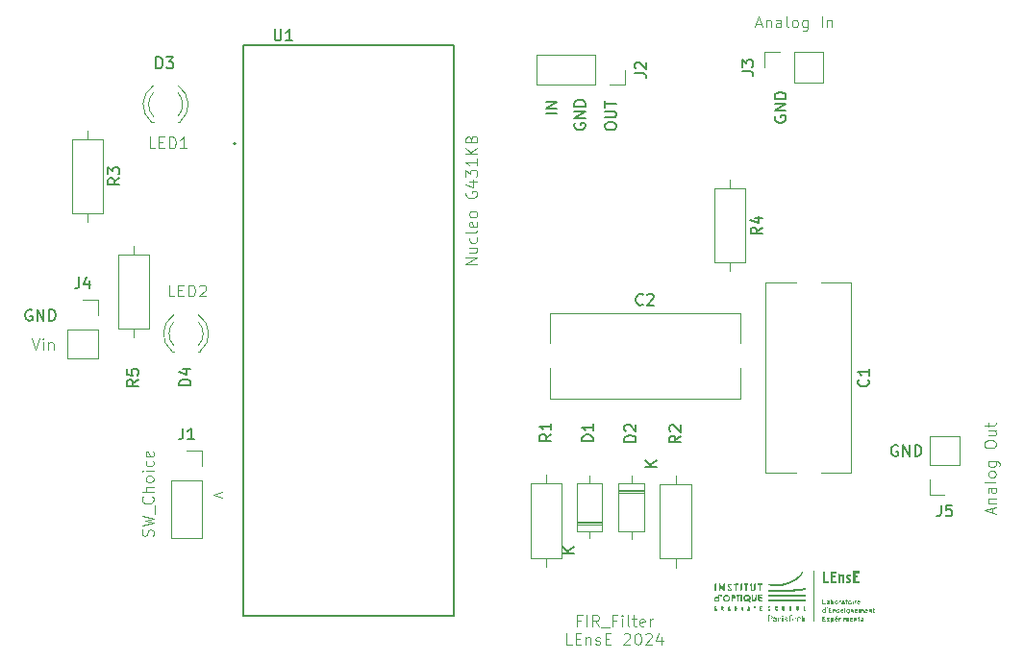
<source format=gbr>
%TF.GenerationSoftware,KiCad,Pcbnew,8.0.0*%
%TF.CreationDate,2024-05-29T15:57:02+02:00*%
%TF.ProjectId,FIR_filter_G431KB,4649525f-6669-46c7-9465-725f47343331,rev?*%
%TF.SameCoordinates,Original*%
%TF.FileFunction,Legend,Top*%
%TF.FilePolarity,Positive*%
%FSLAX46Y46*%
G04 Gerber Fmt 4.6, Leading zero omitted, Abs format (unit mm)*
G04 Created by KiCad (PCBNEW 8.0.0) date 2024-05-29 15:57:02*
%MOMM*%
%LPD*%
G01*
G04 APERTURE LIST*
%ADD10C,0.100000*%
%ADD11C,0.150000*%
%ADD12C,0.120000*%
%ADD13C,0.000000*%
%ADD14C,0.127000*%
%ADD15C,0.200000*%
G04 APERTURE END LIST*
D10*
X243556265Y-97886704D02*
X244032455Y-97886704D01*
X243461027Y-98172419D02*
X243794360Y-97172419D01*
X243794360Y-97172419D02*
X244127693Y-98172419D01*
X244461027Y-97505752D02*
X244461027Y-98172419D01*
X244461027Y-97600990D02*
X244508646Y-97553371D01*
X244508646Y-97553371D02*
X244603884Y-97505752D01*
X244603884Y-97505752D02*
X244746741Y-97505752D01*
X244746741Y-97505752D02*
X244841979Y-97553371D01*
X244841979Y-97553371D02*
X244889598Y-97648609D01*
X244889598Y-97648609D02*
X244889598Y-98172419D01*
X245794360Y-98172419D02*
X245794360Y-97648609D01*
X245794360Y-97648609D02*
X245746741Y-97553371D01*
X245746741Y-97553371D02*
X245651503Y-97505752D01*
X245651503Y-97505752D02*
X245461027Y-97505752D01*
X245461027Y-97505752D02*
X245365789Y-97553371D01*
X245794360Y-98124800D02*
X245699122Y-98172419D01*
X245699122Y-98172419D02*
X245461027Y-98172419D01*
X245461027Y-98172419D02*
X245365789Y-98124800D01*
X245365789Y-98124800D02*
X245318170Y-98029561D01*
X245318170Y-98029561D02*
X245318170Y-97934323D01*
X245318170Y-97934323D02*
X245365789Y-97839085D01*
X245365789Y-97839085D02*
X245461027Y-97791466D01*
X245461027Y-97791466D02*
X245699122Y-97791466D01*
X245699122Y-97791466D02*
X245794360Y-97743847D01*
X246413408Y-98172419D02*
X246318170Y-98124800D01*
X246318170Y-98124800D02*
X246270551Y-98029561D01*
X246270551Y-98029561D02*
X246270551Y-97172419D01*
X246937218Y-98172419D02*
X246841980Y-98124800D01*
X246841980Y-98124800D02*
X246794361Y-98077180D01*
X246794361Y-98077180D02*
X246746742Y-97981942D01*
X246746742Y-97981942D02*
X246746742Y-97696228D01*
X246746742Y-97696228D02*
X246794361Y-97600990D01*
X246794361Y-97600990D02*
X246841980Y-97553371D01*
X246841980Y-97553371D02*
X246937218Y-97505752D01*
X246937218Y-97505752D02*
X247080075Y-97505752D01*
X247080075Y-97505752D02*
X247175313Y-97553371D01*
X247175313Y-97553371D02*
X247222932Y-97600990D01*
X247222932Y-97600990D02*
X247270551Y-97696228D01*
X247270551Y-97696228D02*
X247270551Y-97981942D01*
X247270551Y-97981942D02*
X247222932Y-98077180D01*
X247222932Y-98077180D02*
X247175313Y-98124800D01*
X247175313Y-98124800D02*
X247080075Y-98172419D01*
X247080075Y-98172419D02*
X246937218Y-98172419D01*
X248127694Y-97505752D02*
X248127694Y-98315276D01*
X248127694Y-98315276D02*
X248080075Y-98410514D01*
X248080075Y-98410514D02*
X248032456Y-98458133D01*
X248032456Y-98458133D02*
X247937218Y-98505752D01*
X247937218Y-98505752D02*
X247794361Y-98505752D01*
X247794361Y-98505752D02*
X247699123Y-98458133D01*
X248127694Y-98124800D02*
X248032456Y-98172419D01*
X248032456Y-98172419D02*
X247841980Y-98172419D01*
X247841980Y-98172419D02*
X247746742Y-98124800D01*
X247746742Y-98124800D02*
X247699123Y-98077180D01*
X247699123Y-98077180D02*
X247651504Y-97981942D01*
X247651504Y-97981942D02*
X247651504Y-97696228D01*
X247651504Y-97696228D02*
X247699123Y-97600990D01*
X247699123Y-97600990D02*
X247746742Y-97553371D01*
X247746742Y-97553371D02*
X247841980Y-97505752D01*
X247841980Y-97505752D02*
X248032456Y-97505752D01*
X248032456Y-97505752D02*
X248127694Y-97553371D01*
X249365790Y-98172419D02*
X249365790Y-97172419D01*
X249841980Y-97505752D02*
X249841980Y-98172419D01*
X249841980Y-97600990D02*
X249889599Y-97553371D01*
X249889599Y-97553371D02*
X249984837Y-97505752D01*
X249984837Y-97505752D02*
X250127694Y-97505752D01*
X250127694Y-97505752D02*
X250222932Y-97553371D01*
X250222932Y-97553371D02*
X250270551Y-97648609D01*
X250270551Y-97648609D02*
X250270551Y-98172419D01*
X228171428Y-150438665D02*
X227838095Y-150438665D01*
X227838095Y-150962475D02*
X227838095Y-149962475D01*
X227838095Y-149962475D02*
X228314285Y-149962475D01*
X228695238Y-150962475D02*
X228695238Y-149962475D01*
X229742856Y-150962475D02*
X229409523Y-150486284D01*
X229171428Y-150962475D02*
X229171428Y-149962475D01*
X229171428Y-149962475D02*
X229552380Y-149962475D01*
X229552380Y-149962475D02*
X229647618Y-150010094D01*
X229647618Y-150010094D02*
X229695237Y-150057713D01*
X229695237Y-150057713D02*
X229742856Y-150152951D01*
X229742856Y-150152951D02*
X229742856Y-150295808D01*
X229742856Y-150295808D02*
X229695237Y-150391046D01*
X229695237Y-150391046D02*
X229647618Y-150438665D01*
X229647618Y-150438665D02*
X229552380Y-150486284D01*
X229552380Y-150486284D02*
X229171428Y-150486284D01*
X229933333Y-151057713D02*
X230695237Y-151057713D01*
X231266666Y-150438665D02*
X230933333Y-150438665D01*
X230933333Y-150962475D02*
X230933333Y-149962475D01*
X230933333Y-149962475D02*
X231409523Y-149962475D01*
X231790476Y-150962475D02*
X231790476Y-150295808D01*
X231790476Y-149962475D02*
X231742857Y-150010094D01*
X231742857Y-150010094D02*
X231790476Y-150057713D01*
X231790476Y-150057713D02*
X231838095Y-150010094D01*
X231838095Y-150010094D02*
X231790476Y-149962475D01*
X231790476Y-149962475D02*
X231790476Y-150057713D01*
X232409523Y-150962475D02*
X232314285Y-150914856D01*
X232314285Y-150914856D02*
X232266666Y-150819617D01*
X232266666Y-150819617D02*
X232266666Y-149962475D01*
X232647619Y-150295808D02*
X233028571Y-150295808D01*
X232790476Y-149962475D02*
X232790476Y-150819617D01*
X232790476Y-150819617D02*
X232838095Y-150914856D01*
X232838095Y-150914856D02*
X232933333Y-150962475D01*
X232933333Y-150962475D02*
X233028571Y-150962475D01*
X233742857Y-150914856D02*
X233647619Y-150962475D01*
X233647619Y-150962475D02*
X233457143Y-150962475D01*
X233457143Y-150962475D02*
X233361905Y-150914856D01*
X233361905Y-150914856D02*
X233314286Y-150819617D01*
X233314286Y-150819617D02*
X233314286Y-150438665D01*
X233314286Y-150438665D02*
X233361905Y-150343427D01*
X233361905Y-150343427D02*
X233457143Y-150295808D01*
X233457143Y-150295808D02*
X233647619Y-150295808D01*
X233647619Y-150295808D02*
X233742857Y-150343427D01*
X233742857Y-150343427D02*
X233790476Y-150438665D01*
X233790476Y-150438665D02*
X233790476Y-150533903D01*
X233790476Y-150533903D02*
X233314286Y-150629141D01*
X234219048Y-150962475D02*
X234219048Y-150295808D01*
X234219048Y-150486284D02*
X234266667Y-150391046D01*
X234266667Y-150391046D02*
X234314286Y-150343427D01*
X234314286Y-150343427D02*
X234409524Y-150295808D01*
X234409524Y-150295808D02*
X234504762Y-150295808D01*
X227361904Y-152572419D02*
X226885714Y-152572419D01*
X226885714Y-152572419D02*
X226885714Y-151572419D01*
X227695238Y-152048609D02*
X228028571Y-152048609D01*
X228171428Y-152572419D02*
X227695238Y-152572419D01*
X227695238Y-152572419D02*
X227695238Y-151572419D01*
X227695238Y-151572419D02*
X228171428Y-151572419D01*
X228600000Y-151905752D02*
X228600000Y-152572419D01*
X228600000Y-152000990D02*
X228647619Y-151953371D01*
X228647619Y-151953371D02*
X228742857Y-151905752D01*
X228742857Y-151905752D02*
X228885714Y-151905752D01*
X228885714Y-151905752D02*
X228980952Y-151953371D01*
X228980952Y-151953371D02*
X229028571Y-152048609D01*
X229028571Y-152048609D02*
X229028571Y-152572419D01*
X229457143Y-152524800D02*
X229552381Y-152572419D01*
X229552381Y-152572419D02*
X229742857Y-152572419D01*
X229742857Y-152572419D02*
X229838095Y-152524800D01*
X229838095Y-152524800D02*
X229885714Y-152429561D01*
X229885714Y-152429561D02*
X229885714Y-152381942D01*
X229885714Y-152381942D02*
X229838095Y-152286704D01*
X229838095Y-152286704D02*
X229742857Y-152239085D01*
X229742857Y-152239085D02*
X229600000Y-152239085D01*
X229600000Y-152239085D02*
X229504762Y-152191466D01*
X229504762Y-152191466D02*
X229457143Y-152096228D01*
X229457143Y-152096228D02*
X229457143Y-152048609D01*
X229457143Y-152048609D02*
X229504762Y-151953371D01*
X229504762Y-151953371D02*
X229600000Y-151905752D01*
X229600000Y-151905752D02*
X229742857Y-151905752D01*
X229742857Y-151905752D02*
X229838095Y-151953371D01*
X230314286Y-152048609D02*
X230647619Y-152048609D01*
X230790476Y-152572419D02*
X230314286Y-152572419D01*
X230314286Y-152572419D02*
X230314286Y-151572419D01*
X230314286Y-151572419D02*
X230790476Y-151572419D01*
X231933334Y-151667657D02*
X231980953Y-151620038D01*
X231980953Y-151620038D02*
X232076191Y-151572419D01*
X232076191Y-151572419D02*
X232314286Y-151572419D01*
X232314286Y-151572419D02*
X232409524Y-151620038D01*
X232409524Y-151620038D02*
X232457143Y-151667657D01*
X232457143Y-151667657D02*
X232504762Y-151762895D01*
X232504762Y-151762895D02*
X232504762Y-151858133D01*
X232504762Y-151858133D02*
X232457143Y-152000990D01*
X232457143Y-152000990D02*
X231885715Y-152572419D01*
X231885715Y-152572419D02*
X232504762Y-152572419D01*
X233123810Y-151572419D02*
X233219048Y-151572419D01*
X233219048Y-151572419D02*
X233314286Y-151620038D01*
X233314286Y-151620038D02*
X233361905Y-151667657D01*
X233361905Y-151667657D02*
X233409524Y-151762895D01*
X233409524Y-151762895D02*
X233457143Y-151953371D01*
X233457143Y-151953371D02*
X233457143Y-152191466D01*
X233457143Y-152191466D02*
X233409524Y-152381942D01*
X233409524Y-152381942D02*
X233361905Y-152477180D01*
X233361905Y-152477180D02*
X233314286Y-152524800D01*
X233314286Y-152524800D02*
X233219048Y-152572419D01*
X233219048Y-152572419D02*
X233123810Y-152572419D01*
X233123810Y-152572419D02*
X233028572Y-152524800D01*
X233028572Y-152524800D02*
X232980953Y-152477180D01*
X232980953Y-152477180D02*
X232933334Y-152381942D01*
X232933334Y-152381942D02*
X232885715Y-152191466D01*
X232885715Y-152191466D02*
X232885715Y-151953371D01*
X232885715Y-151953371D02*
X232933334Y-151762895D01*
X232933334Y-151762895D02*
X232980953Y-151667657D01*
X232980953Y-151667657D02*
X233028572Y-151620038D01*
X233028572Y-151620038D02*
X233123810Y-151572419D01*
X233838096Y-151667657D02*
X233885715Y-151620038D01*
X233885715Y-151620038D02*
X233980953Y-151572419D01*
X233980953Y-151572419D02*
X234219048Y-151572419D01*
X234219048Y-151572419D02*
X234314286Y-151620038D01*
X234314286Y-151620038D02*
X234361905Y-151667657D01*
X234361905Y-151667657D02*
X234409524Y-151762895D01*
X234409524Y-151762895D02*
X234409524Y-151858133D01*
X234409524Y-151858133D02*
X234361905Y-152000990D01*
X234361905Y-152000990D02*
X233790477Y-152572419D01*
X233790477Y-152572419D02*
X234409524Y-152572419D01*
X235266667Y-151905752D02*
X235266667Y-152572419D01*
X235028572Y-151524800D02*
X234790477Y-152239085D01*
X234790477Y-152239085D02*
X235409524Y-152239085D01*
X190680074Y-108822419D02*
X190203884Y-108822419D01*
X190203884Y-108822419D02*
X190203884Y-107822419D01*
X191013408Y-108298609D02*
X191346741Y-108298609D01*
X191489598Y-108822419D02*
X191013408Y-108822419D01*
X191013408Y-108822419D02*
X191013408Y-107822419D01*
X191013408Y-107822419D02*
X191489598Y-107822419D01*
X191918170Y-108822419D02*
X191918170Y-107822419D01*
X191918170Y-107822419D02*
X192156265Y-107822419D01*
X192156265Y-107822419D02*
X192299122Y-107870038D01*
X192299122Y-107870038D02*
X192394360Y-107965276D01*
X192394360Y-107965276D02*
X192441979Y-108060514D01*
X192441979Y-108060514D02*
X192489598Y-108250990D01*
X192489598Y-108250990D02*
X192489598Y-108393847D01*
X192489598Y-108393847D02*
X192441979Y-108584323D01*
X192441979Y-108584323D02*
X192394360Y-108679561D01*
X192394360Y-108679561D02*
X192299122Y-108774800D01*
X192299122Y-108774800D02*
X192156265Y-108822419D01*
X192156265Y-108822419D02*
X191918170Y-108822419D01*
X193441979Y-108822419D02*
X192870551Y-108822419D01*
X193156265Y-108822419D02*
X193156265Y-107822419D01*
X193156265Y-107822419D02*
X193061027Y-107965276D01*
X193061027Y-107965276D02*
X192965789Y-108060514D01*
X192965789Y-108060514D02*
X192870551Y-108108133D01*
X196596115Y-139644247D02*
X195834211Y-139358533D01*
X195834211Y-139358533D02*
X196596115Y-139072819D01*
X179811027Y-125572419D02*
X180144360Y-126572419D01*
X180144360Y-126572419D02*
X180477693Y-125572419D01*
X180811027Y-126572419D02*
X180811027Y-125905752D01*
X180811027Y-125572419D02*
X180763408Y-125620038D01*
X180763408Y-125620038D02*
X180811027Y-125667657D01*
X180811027Y-125667657D02*
X180858646Y-125620038D01*
X180858646Y-125620038D02*
X180811027Y-125572419D01*
X180811027Y-125572419D02*
X180811027Y-125667657D01*
X181287217Y-125905752D02*
X181287217Y-126572419D01*
X181287217Y-126000990D02*
X181334836Y-125953371D01*
X181334836Y-125953371D02*
X181430074Y-125905752D01*
X181430074Y-125905752D02*
X181572931Y-125905752D01*
X181572931Y-125905752D02*
X181668169Y-125953371D01*
X181668169Y-125953371D02*
X181715788Y-126048609D01*
X181715788Y-126048609D02*
X181715788Y-126572419D01*
X219022419Y-119046115D02*
X218022419Y-119046115D01*
X218022419Y-119046115D02*
X219022419Y-118474687D01*
X219022419Y-118474687D02*
X218022419Y-118474687D01*
X218355752Y-117569925D02*
X219022419Y-117569925D01*
X218355752Y-117998496D02*
X218879561Y-117998496D01*
X218879561Y-117998496D02*
X218974800Y-117950877D01*
X218974800Y-117950877D02*
X219022419Y-117855639D01*
X219022419Y-117855639D02*
X219022419Y-117712782D01*
X219022419Y-117712782D02*
X218974800Y-117617544D01*
X218974800Y-117617544D02*
X218927180Y-117569925D01*
X218974800Y-116665163D02*
X219022419Y-116760401D01*
X219022419Y-116760401D02*
X219022419Y-116950877D01*
X219022419Y-116950877D02*
X218974800Y-117046115D01*
X218974800Y-117046115D02*
X218927180Y-117093734D01*
X218927180Y-117093734D02*
X218831942Y-117141353D01*
X218831942Y-117141353D02*
X218546228Y-117141353D01*
X218546228Y-117141353D02*
X218450990Y-117093734D01*
X218450990Y-117093734D02*
X218403371Y-117046115D01*
X218403371Y-117046115D02*
X218355752Y-116950877D01*
X218355752Y-116950877D02*
X218355752Y-116760401D01*
X218355752Y-116760401D02*
X218403371Y-116665163D01*
X219022419Y-116093734D02*
X218974800Y-116188972D01*
X218974800Y-116188972D02*
X218879561Y-116236591D01*
X218879561Y-116236591D02*
X218022419Y-116236591D01*
X218974800Y-115331829D02*
X219022419Y-115427067D01*
X219022419Y-115427067D02*
X219022419Y-115617543D01*
X219022419Y-115617543D02*
X218974800Y-115712781D01*
X218974800Y-115712781D02*
X218879561Y-115760400D01*
X218879561Y-115760400D02*
X218498609Y-115760400D01*
X218498609Y-115760400D02*
X218403371Y-115712781D01*
X218403371Y-115712781D02*
X218355752Y-115617543D01*
X218355752Y-115617543D02*
X218355752Y-115427067D01*
X218355752Y-115427067D02*
X218403371Y-115331829D01*
X218403371Y-115331829D02*
X218498609Y-115284210D01*
X218498609Y-115284210D02*
X218593847Y-115284210D01*
X218593847Y-115284210D02*
X218689085Y-115760400D01*
X219022419Y-114712781D02*
X218974800Y-114808019D01*
X218974800Y-114808019D02*
X218927180Y-114855638D01*
X218927180Y-114855638D02*
X218831942Y-114903257D01*
X218831942Y-114903257D02*
X218546228Y-114903257D01*
X218546228Y-114903257D02*
X218450990Y-114855638D01*
X218450990Y-114855638D02*
X218403371Y-114808019D01*
X218403371Y-114808019D02*
X218355752Y-114712781D01*
X218355752Y-114712781D02*
X218355752Y-114569924D01*
X218355752Y-114569924D02*
X218403371Y-114474686D01*
X218403371Y-114474686D02*
X218450990Y-114427067D01*
X218450990Y-114427067D02*
X218546228Y-114379448D01*
X218546228Y-114379448D02*
X218831942Y-114379448D01*
X218831942Y-114379448D02*
X218927180Y-114427067D01*
X218927180Y-114427067D02*
X218974800Y-114474686D01*
X218974800Y-114474686D02*
X219022419Y-114569924D01*
X219022419Y-114569924D02*
X219022419Y-114712781D01*
X218070038Y-112665162D02*
X218022419Y-112760400D01*
X218022419Y-112760400D02*
X218022419Y-112903257D01*
X218022419Y-112903257D02*
X218070038Y-113046114D01*
X218070038Y-113046114D02*
X218165276Y-113141352D01*
X218165276Y-113141352D02*
X218260514Y-113188971D01*
X218260514Y-113188971D02*
X218450990Y-113236590D01*
X218450990Y-113236590D02*
X218593847Y-113236590D01*
X218593847Y-113236590D02*
X218784323Y-113188971D01*
X218784323Y-113188971D02*
X218879561Y-113141352D01*
X218879561Y-113141352D02*
X218974800Y-113046114D01*
X218974800Y-113046114D02*
X219022419Y-112903257D01*
X219022419Y-112903257D02*
X219022419Y-112808019D01*
X219022419Y-112808019D02*
X218974800Y-112665162D01*
X218974800Y-112665162D02*
X218927180Y-112617543D01*
X218927180Y-112617543D02*
X218593847Y-112617543D01*
X218593847Y-112617543D02*
X218593847Y-112808019D01*
X218355752Y-111760400D02*
X219022419Y-111760400D01*
X217974800Y-111998495D02*
X218689085Y-112236590D01*
X218689085Y-112236590D02*
X218689085Y-111617543D01*
X218022419Y-111331828D02*
X218022419Y-110712781D01*
X218022419Y-110712781D02*
X218403371Y-111046114D01*
X218403371Y-111046114D02*
X218403371Y-110903257D01*
X218403371Y-110903257D02*
X218450990Y-110808019D01*
X218450990Y-110808019D02*
X218498609Y-110760400D01*
X218498609Y-110760400D02*
X218593847Y-110712781D01*
X218593847Y-110712781D02*
X218831942Y-110712781D01*
X218831942Y-110712781D02*
X218927180Y-110760400D01*
X218927180Y-110760400D02*
X218974800Y-110808019D01*
X218974800Y-110808019D02*
X219022419Y-110903257D01*
X219022419Y-110903257D02*
X219022419Y-111188971D01*
X219022419Y-111188971D02*
X218974800Y-111284209D01*
X218974800Y-111284209D02*
X218927180Y-111331828D01*
X219022419Y-109760400D02*
X219022419Y-110331828D01*
X219022419Y-110046114D02*
X218022419Y-110046114D01*
X218022419Y-110046114D02*
X218165276Y-110141352D01*
X218165276Y-110141352D02*
X218260514Y-110236590D01*
X218260514Y-110236590D02*
X218308133Y-110331828D01*
X219022419Y-109331828D02*
X218022419Y-109331828D01*
X219022419Y-108760400D02*
X218450990Y-109188971D01*
X218022419Y-108760400D02*
X218593847Y-109331828D01*
X218498609Y-107998495D02*
X218546228Y-107855638D01*
X218546228Y-107855638D02*
X218593847Y-107808019D01*
X218593847Y-107808019D02*
X218689085Y-107760400D01*
X218689085Y-107760400D02*
X218831942Y-107760400D01*
X218831942Y-107760400D02*
X218927180Y-107808019D01*
X218927180Y-107808019D02*
X218974800Y-107855638D01*
X218974800Y-107855638D02*
X219022419Y-107950876D01*
X219022419Y-107950876D02*
X219022419Y-108331828D01*
X219022419Y-108331828D02*
X218022419Y-108331828D01*
X218022419Y-108331828D02*
X218022419Y-107998495D01*
X218022419Y-107998495D02*
X218070038Y-107903257D01*
X218070038Y-107903257D02*
X218117657Y-107855638D01*
X218117657Y-107855638D02*
X218212895Y-107808019D01*
X218212895Y-107808019D02*
X218308133Y-107808019D01*
X218308133Y-107808019D02*
X218403371Y-107855638D01*
X218403371Y-107855638D02*
X218450990Y-107903257D01*
X218450990Y-107903257D02*
X218498609Y-107998495D01*
X218498609Y-107998495D02*
X218498609Y-108331828D01*
D11*
X179810588Y-123067438D02*
X179715350Y-123019819D01*
X179715350Y-123019819D02*
X179572493Y-123019819D01*
X179572493Y-123019819D02*
X179429636Y-123067438D01*
X179429636Y-123067438D02*
X179334398Y-123162676D01*
X179334398Y-123162676D02*
X179286779Y-123257914D01*
X179286779Y-123257914D02*
X179239160Y-123448390D01*
X179239160Y-123448390D02*
X179239160Y-123591247D01*
X179239160Y-123591247D02*
X179286779Y-123781723D01*
X179286779Y-123781723D02*
X179334398Y-123876961D01*
X179334398Y-123876961D02*
X179429636Y-123972200D01*
X179429636Y-123972200D02*
X179572493Y-124019819D01*
X179572493Y-124019819D02*
X179667731Y-124019819D01*
X179667731Y-124019819D02*
X179810588Y-123972200D01*
X179810588Y-123972200D02*
X179858207Y-123924580D01*
X179858207Y-123924580D02*
X179858207Y-123591247D01*
X179858207Y-123591247D02*
X179667731Y-123591247D01*
X180286779Y-124019819D02*
X180286779Y-123019819D01*
X180286779Y-123019819D02*
X180858207Y-124019819D01*
X180858207Y-124019819D02*
X180858207Y-123019819D01*
X181334398Y-124019819D02*
X181334398Y-123019819D01*
X181334398Y-123019819D02*
X181572493Y-123019819D01*
X181572493Y-123019819D02*
X181715350Y-123067438D01*
X181715350Y-123067438D02*
X181810588Y-123162676D01*
X181810588Y-123162676D02*
X181858207Y-123257914D01*
X181858207Y-123257914D02*
X181905826Y-123448390D01*
X181905826Y-123448390D02*
X181905826Y-123591247D01*
X181905826Y-123591247D02*
X181858207Y-123781723D01*
X181858207Y-123781723D02*
X181810588Y-123876961D01*
X181810588Y-123876961D02*
X181715350Y-123972200D01*
X181715350Y-123972200D02*
X181572493Y-124019819D01*
X181572493Y-124019819D02*
X181334398Y-124019819D01*
D10*
X192380074Y-121872419D02*
X191903884Y-121872419D01*
X191903884Y-121872419D02*
X191903884Y-120872419D01*
X192713408Y-121348609D02*
X193046741Y-121348609D01*
X193189598Y-121872419D02*
X192713408Y-121872419D01*
X192713408Y-121872419D02*
X192713408Y-120872419D01*
X192713408Y-120872419D02*
X193189598Y-120872419D01*
X193618170Y-121872419D02*
X193618170Y-120872419D01*
X193618170Y-120872419D02*
X193856265Y-120872419D01*
X193856265Y-120872419D02*
X193999122Y-120920038D01*
X193999122Y-120920038D02*
X194094360Y-121015276D01*
X194094360Y-121015276D02*
X194141979Y-121110514D01*
X194141979Y-121110514D02*
X194189598Y-121300990D01*
X194189598Y-121300990D02*
X194189598Y-121443847D01*
X194189598Y-121443847D02*
X194141979Y-121634323D01*
X194141979Y-121634323D02*
X194094360Y-121729561D01*
X194094360Y-121729561D02*
X193999122Y-121824800D01*
X193999122Y-121824800D02*
X193856265Y-121872419D01*
X193856265Y-121872419D02*
X193618170Y-121872419D01*
X194570551Y-120967657D02*
X194618170Y-120920038D01*
X194618170Y-120920038D02*
X194713408Y-120872419D01*
X194713408Y-120872419D02*
X194951503Y-120872419D01*
X194951503Y-120872419D02*
X195046741Y-120920038D01*
X195046741Y-120920038D02*
X195094360Y-120967657D01*
X195094360Y-120967657D02*
X195141979Y-121062895D01*
X195141979Y-121062895D02*
X195141979Y-121158133D01*
X195141979Y-121158133D02*
X195094360Y-121300990D01*
X195094360Y-121300990D02*
X194522932Y-121872419D01*
X194522932Y-121872419D02*
X195141979Y-121872419D01*
D11*
X256060588Y-135017438D02*
X255965350Y-134969819D01*
X255965350Y-134969819D02*
X255822493Y-134969819D01*
X255822493Y-134969819D02*
X255679636Y-135017438D01*
X255679636Y-135017438D02*
X255584398Y-135112676D01*
X255584398Y-135112676D02*
X255536779Y-135207914D01*
X255536779Y-135207914D02*
X255489160Y-135398390D01*
X255489160Y-135398390D02*
X255489160Y-135541247D01*
X255489160Y-135541247D02*
X255536779Y-135731723D01*
X255536779Y-135731723D02*
X255584398Y-135826961D01*
X255584398Y-135826961D02*
X255679636Y-135922200D01*
X255679636Y-135922200D02*
X255822493Y-135969819D01*
X255822493Y-135969819D02*
X255917731Y-135969819D01*
X255917731Y-135969819D02*
X256060588Y-135922200D01*
X256060588Y-135922200D02*
X256108207Y-135874580D01*
X256108207Y-135874580D02*
X256108207Y-135541247D01*
X256108207Y-135541247D02*
X255917731Y-135541247D01*
X256536779Y-135969819D02*
X256536779Y-134969819D01*
X256536779Y-134969819D02*
X257108207Y-135969819D01*
X257108207Y-135969819D02*
X257108207Y-134969819D01*
X257584398Y-135969819D02*
X257584398Y-134969819D01*
X257584398Y-134969819D02*
X257822493Y-134969819D01*
X257822493Y-134969819D02*
X257965350Y-135017438D01*
X257965350Y-135017438D02*
X258060588Y-135112676D01*
X258060588Y-135112676D02*
X258108207Y-135207914D01*
X258108207Y-135207914D02*
X258155826Y-135398390D01*
X258155826Y-135398390D02*
X258155826Y-135541247D01*
X258155826Y-135541247D02*
X258108207Y-135731723D01*
X258108207Y-135731723D02*
X258060588Y-135826961D01*
X258060588Y-135826961D02*
X257965350Y-135922200D01*
X257965350Y-135922200D02*
X257822493Y-135969819D01*
X257822493Y-135969819D02*
X257584398Y-135969819D01*
X245267997Y-105986470D02*
X245220378Y-106081708D01*
X245220378Y-106081708D02*
X245220378Y-106224565D01*
X245220378Y-106224565D02*
X245267997Y-106367422D01*
X245267997Y-106367422D02*
X245363235Y-106462660D01*
X245363235Y-106462660D02*
X245458473Y-106510279D01*
X245458473Y-106510279D02*
X245648949Y-106557898D01*
X245648949Y-106557898D02*
X245791806Y-106557898D01*
X245791806Y-106557898D02*
X245982282Y-106510279D01*
X245982282Y-106510279D02*
X246077520Y-106462660D01*
X246077520Y-106462660D02*
X246172759Y-106367422D01*
X246172759Y-106367422D02*
X246220378Y-106224565D01*
X246220378Y-106224565D02*
X246220378Y-106129327D01*
X246220378Y-106129327D02*
X246172759Y-105986470D01*
X246172759Y-105986470D02*
X246125139Y-105938851D01*
X246125139Y-105938851D02*
X245791806Y-105938851D01*
X245791806Y-105938851D02*
X245791806Y-106129327D01*
X246220378Y-105510279D02*
X245220378Y-105510279D01*
X245220378Y-105510279D02*
X246220378Y-104938851D01*
X246220378Y-104938851D02*
X245220378Y-104938851D01*
X246220378Y-104462660D02*
X245220378Y-104462660D01*
X245220378Y-104462660D02*
X245220378Y-104224565D01*
X245220378Y-104224565D02*
X245267997Y-104081708D01*
X245267997Y-104081708D02*
X245363235Y-103986470D01*
X245363235Y-103986470D02*
X245458473Y-103938851D01*
X245458473Y-103938851D02*
X245648949Y-103891232D01*
X245648949Y-103891232D02*
X245791806Y-103891232D01*
X245791806Y-103891232D02*
X245982282Y-103938851D01*
X245982282Y-103938851D02*
X246077520Y-103986470D01*
X246077520Y-103986470D02*
X246172759Y-104081708D01*
X246172759Y-104081708D02*
X246220378Y-104224565D01*
X246220378Y-104224565D02*
X246220378Y-104462660D01*
X227617438Y-106639411D02*
X227569819Y-106734649D01*
X227569819Y-106734649D02*
X227569819Y-106877506D01*
X227569819Y-106877506D02*
X227617438Y-107020363D01*
X227617438Y-107020363D02*
X227712676Y-107115601D01*
X227712676Y-107115601D02*
X227807914Y-107163220D01*
X227807914Y-107163220D02*
X227998390Y-107210839D01*
X227998390Y-107210839D02*
X228141247Y-107210839D01*
X228141247Y-107210839D02*
X228331723Y-107163220D01*
X228331723Y-107163220D02*
X228426961Y-107115601D01*
X228426961Y-107115601D02*
X228522200Y-107020363D01*
X228522200Y-107020363D02*
X228569819Y-106877506D01*
X228569819Y-106877506D02*
X228569819Y-106782268D01*
X228569819Y-106782268D02*
X228522200Y-106639411D01*
X228522200Y-106639411D02*
X228474580Y-106591792D01*
X228474580Y-106591792D02*
X228141247Y-106591792D01*
X228141247Y-106591792D02*
X228141247Y-106782268D01*
X228569819Y-106163220D02*
X227569819Y-106163220D01*
X227569819Y-106163220D02*
X228569819Y-105591792D01*
X228569819Y-105591792D02*
X227569819Y-105591792D01*
X228569819Y-105115601D02*
X227569819Y-105115601D01*
X227569819Y-105115601D02*
X227569819Y-104877506D01*
X227569819Y-104877506D02*
X227617438Y-104734649D01*
X227617438Y-104734649D02*
X227712676Y-104639411D01*
X227712676Y-104639411D02*
X227807914Y-104591792D01*
X227807914Y-104591792D02*
X227998390Y-104544173D01*
X227998390Y-104544173D02*
X228141247Y-104544173D01*
X228141247Y-104544173D02*
X228331723Y-104591792D01*
X228331723Y-104591792D02*
X228426961Y-104639411D01*
X228426961Y-104639411D02*
X228522200Y-104734649D01*
X228522200Y-104734649D02*
X228569819Y-104877506D01*
X228569819Y-104877506D02*
X228569819Y-105115601D01*
D10*
X264419062Y-140997092D02*
X264419062Y-140520902D01*
X264704777Y-141092330D02*
X263704777Y-140758997D01*
X263704777Y-140758997D02*
X264704777Y-140425664D01*
X264038110Y-140092330D02*
X264704777Y-140092330D01*
X264133348Y-140092330D02*
X264085729Y-140044711D01*
X264085729Y-140044711D02*
X264038110Y-139949473D01*
X264038110Y-139949473D02*
X264038110Y-139806616D01*
X264038110Y-139806616D02*
X264085729Y-139711378D01*
X264085729Y-139711378D02*
X264180967Y-139663759D01*
X264180967Y-139663759D02*
X264704777Y-139663759D01*
X264704777Y-138758997D02*
X264180967Y-138758997D01*
X264180967Y-138758997D02*
X264085729Y-138806616D01*
X264085729Y-138806616D02*
X264038110Y-138901854D01*
X264038110Y-138901854D02*
X264038110Y-139092330D01*
X264038110Y-139092330D02*
X264085729Y-139187568D01*
X264657158Y-138758997D02*
X264704777Y-138854235D01*
X264704777Y-138854235D02*
X264704777Y-139092330D01*
X264704777Y-139092330D02*
X264657158Y-139187568D01*
X264657158Y-139187568D02*
X264561919Y-139235187D01*
X264561919Y-139235187D02*
X264466681Y-139235187D01*
X264466681Y-139235187D02*
X264371443Y-139187568D01*
X264371443Y-139187568D02*
X264323824Y-139092330D01*
X264323824Y-139092330D02*
X264323824Y-138854235D01*
X264323824Y-138854235D02*
X264276205Y-138758997D01*
X264704777Y-138139949D02*
X264657158Y-138235187D01*
X264657158Y-138235187D02*
X264561919Y-138282806D01*
X264561919Y-138282806D02*
X263704777Y-138282806D01*
X264704777Y-137616139D02*
X264657158Y-137711377D01*
X264657158Y-137711377D02*
X264609538Y-137758996D01*
X264609538Y-137758996D02*
X264514300Y-137806615D01*
X264514300Y-137806615D02*
X264228586Y-137806615D01*
X264228586Y-137806615D02*
X264133348Y-137758996D01*
X264133348Y-137758996D02*
X264085729Y-137711377D01*
X264085729Y-137711377D02*
X264038110Y-137616139D01*
X264038110Y-137616139D02*
X264038110Y-137473282D01*
X264038110Y-137473282D02*
X264085729Y-137378044D01*
X264085729Y-137378044D02*
X264133348Y-137330425D01*
X264133348Y-137330425D02*
X264228586Y-137282806D01*
X264228586Y-137282806D02*
X264514300Y-137282806D01*
X264514300Y-137282806D02*
X264609538Y-137330425D01*
X264609538Y-137330425D02*
X264657158Y-137378044D01*
X264657158Y-137378044D02*
X264704777Y-137473282D01*
X264704777Y-137473282D02*
X264704777Y-137616139D01*
X264038110Y-136425663D02*
X264847634Y-136425663D01*
X264847634Y-136425663D02*
X264942872Y-136473282D01*
X264942872Y-136473282D02*
X264990491Y-136520901D01*
X264990491Y-136520901D02*
X265038110Y-136616139D01*
X265038110Y-136616139D02*
X265038110Y-136758996D01*
X265038110Y-136758996D02*
X264990491Y-136854234D01*
X264657158Y-136425663D02*
X264704777Y-136520901D01*
X264704777Y-136520901D02*
X264704777Y-136711377D01*
X264704777Y-136711377D02*
X264657158Y-136806615D01*
X264657158Y-136806615D02*
X264609538Y-136854234D01*
X264609538Y-136854234D02*
X264514300Y-136901853D01*
X264514300Y-136901853D02*
X264228586Y-136901853D01*
X264228586Y-136901853D02*
X264133348Y-136854234D01*
X264133348Y-136854234D02*
X264085729Y-136806615D01*
X264085729Y-136806615D02*
X264038110Y-136711377D01*
X264038110Y-136711377D02*
X264038110Y-136520901D01*
X264038110Y-136520901D02*
X264085729Y-136425663D01*
X263704777Y-134997091D02*
X263704777Y-134806615D01*
X263704777Y-134806615D02*
X263752396Y-134711377D01*
X263752396Y-134711377D02*
X263847634Y-134616139D01*
X263847634Y-134616139D02*
X264038110Y-134568520D01*
X264038110Y-134568520D02*
X264371443Y-134568520D01*
X264371443Y-134568520D02*
X264561919Y-134616139D01*
X264561919Y-134616139D02*
X264657158Y-134711377D01*
X264657158Y-134711377D02*
X264704777Y-134806615D01*
X264704777Y-134806615D02*
X264704777Y-134997091D01*
X264704777Y-134997091D02*
X264657158Y-135092329D01*
X264657158Y-135092329D02*
X264561919Y-135187567D01*
X264561919Y-135187567D02*
X264371443Y-135235186D01*
X264371443Y-135235186D02*
X264038110Y-135235186D01*
X264038110Y-135235186D02*
X263847634Y-135187567D01*
X263847634Y-135187567D02*
X263752396Y-135092329D01*
X263752396Y-135092329D02*
X263704777Y-134997091D01*
X264038110Y-133711377D02*
X264704777Y-133711377D01*
X264038110Y-134139948D02*
X264561919Y-134139948D01*
X264561919Y-134139948D02*
X264657158Y-134092329D01*
X264657158Y-134092329D02*
X264704777Y-133997091D01*
X264704777Y-133997091D02*
X264704777Y-133854234D01*
X264704777Y-133854234D02*
X264657158Y-133758996D01*
X264657158Y-133758996D02*
X264609538Y-133711377D01*
X264038110Y-133378043D02*
X264038110Y-132997091D01*
X263704777Y-133235186D02*
X264561919Y-133235186D01*
X264561919Y-133235186D02*
X264657158Y-133187567D01*
X264657158Y-133187567D02*
X264704777Y-133092329D01*
X264704777Y-133092329D02*
X264704777Y-132997091D01*
D11*
X226069819Y-105763220D02*
X225069819Y-105763220D01*
X226069819Y-105287030D02*
X225069819Y-105287030D01*
X225069819Y-105287030D02*
X226069819Y-104715602D01*
X226069819Y-104715602D02*
X225069819Y-104715602D01*
X230269819Y-106972744D02*
X230269819Y-106782268D01*
X230269819Y-106782268D02*
X230317438Y-106687030D01*
X230317438Y-106687030D02*
X230412676Y-106591792D01*
X230412676Y-106591792D02*
X230603152Y-106544173D01*
X230603152Y-106544173D02*
X230936485Y-106544173D01*
X230936485Y-106544173D02*
X231126961Y-106591792D01*
X231126961Y-106591792D02*
X231222200Y-106687030D01*
X231222200Y-106687030D02*
X231269819Y-106782268D01*
X231269819Y-106782268D02*
X231269819Y-106972744D01*
X231269819Y-106972744D02*
X231222200Y-107067982D01*
X231222200Y-107067982D02*
X231126961Y-107163220D01*
X231126961Y-107163220D02*
X230936485Y-107210839D01*
X230936485Y-107210839D02*
X230603152Y-107210839D01*
X230603152Y-107210839D02*
X230412676Y-107163220D01*
X230412676Y-107163220D02*
X230317438Y-107067982D01*
X230317438Y-107067982D02*
X230269819Y-106972744D01*
X230269819Y-106115601D02*
X231079342Y-106115601D01*
X231079342Y-106115601D02*
X231174580Y-106067982D01*
X231174580Y-106067982D02*
X231222200Y-106020363D01*
X231222200Y-106020363D02*
X231269819Y-105925125D01*
X231269819Y-105925125D02*
X231269819Y-105734649D01*
X231269819Y-105734649D02*
X231222200Y-105639411D01*
X231222200Y-105639411D02*
X231174580Y-105591792D01*
X231174580Y-105591792D02*
X231079342Y-105544173D01*
X231079342Y-105544173D02*
X230269819Y-105544173D01*
X230269819Y-105210839D02*
X230269819Y-104639411D01*
X231269819Y-104925125D02*
X230269819Y-104925125D01*
D10*
X190474800Y-142993734D02*
X190522419Y-142850877D01*
X190522419Y-142850877D02*
X190522419Y-142612782D01*
X190522419Y-142612782D02*
X190474800Y-142517544D01*
X190474800Y-142517544D02*
X190427180Y-142469925D01*
X190427180Y-142469925D02*
X190331942Y-142422306D01*
X190331942Y-142422306D02*
X190236704Y-142422306D01*
X190236704Y-142422306D02*
X190141466Y-142469925D01*
X190141466Y-142469925D02*
X190093847Y-142517544D01*
X190093847Y-142517544D02*
X190046228Y-142612782D01*
X190046228Y-142612782D02*
X189998609Y-142803258D01*
X189998609Y-142803258D02*
X189950990Y-142898496D01*
X189950990Y-142898496D02*
X189903371Y-142946115D01*
X189903371Y-142946115D02*
X189808133Y-142993734D01*
X189808133Y-142993734D02*
X189712895Y-142993734D01*
X189712895Y-142993734D02*
X189617657Y-142946115D01*
X189617657Y-142946115D02*
X189570038Y-142898496D01*
X189570038Y-142898496D02*
X189522419Y-142803258D01*
X189522419Y-142803258D02*
X189522419Y-142565163D01*
X189522419Y-142565163D02*
X189570038Y-142422306D01*
X189522419Y-142088972D02*
X190522419Y-141850877D01*
X190522419Y-141850877D02*
X189808133Y-141660401D01*
X189808133Y-141660401D02*
X190522419Y-141469925D01*
X190522419Y-141469925D02*
X189522419Y-141231830D01*
X190617657Y-141088973D02*
X190617657Y-140327068D01*
X190427180Y-139517544D02*
X190474800Y-139565163D01*
X190474800Y-139565163D02*
X190522419Y-139708020D01*
X190522419Y-139708020D02*
X190522419Y-139803258D01*
X190522419Y-139803258D02*
X190474800Y-139946115D01*
X190474800Y-139946115D02*
X190379561Y-140041353D01*
X190379561Y-140041353D02*
X190284323Y-140088972D01*
X190284323Y-140088972D02*
X190093847Y-140136591D01*
X190093847Y-140136591D02*
X189950990Y-140136591D01*
X189950990Y-140136591D02*
X189760514Y-140088972D01*
X189760514Y-140088972D02*
X189665276Y-140041353D01*
X189665276Y-140041353D02*
X189570038Y-139946115D01*
X189570038Y-139946115D02*
X189522419Y-139803258D01*
X189522419Y-139803258D02*
X189522419Y-139708020D01*
X189522419Y-139708020D02*
X189570038Y-139565163D01*
X189570038Y-139565163D02*
X189617657Y-139517544D01*
X190522419Y-139088972D02*
X189522419Y-139088972D01*
X190522419Y-138660401D02*
X189998609Y-138660401D01*
X189998609Y-138660401D02*
X189903371Y-138708020D01*
X189903371Y-138708020D02*
X189855752Y-138803258D01*
X189855752Y-138803258D02*
X189855752Y-138946115D01*
X189855752Y-138946115D02*
X189903371Y-139041353D01*
X189903371Y-139041353D02*
X189950990Y-139088972D01*
X190522419Y-138041353D02*
X190474800Y-138136591D01*
X190474800Y-138136591D02*
X190427180Y-138184210D01*
X190427180Y-138184210D02*
X190331942Y-138231829D01*
X190331942Y-138231829D02*
X190046228Y-138231829D01*
X190046228Y-138231829D02*
X189950990Y-138184210D01*
X189950990Y-138184210D02*
X189903371Y-138136591D01*
X189903371Y-138136591D02*
X189855752Y-138041353D01*
X189855752Y-138041353D02*
X189855752Y-137898496D01*
X189855752Y-137898496D02*
X189903371Y-137803258D01*
X189903371Y-137803258D02*
X189950990Y-137755639D01*
X189950990Y-137755639D02*
X190046228Y-137708020D01*
X190046228Y-137708020D02*
X190331942Y-137708020D01*
X190331942Y-137708020D02*
X190427180Y-137755639D01*
X190427180Y-137755639D02*
X190474800Y-137803258D01*
X190474800Y-137803258D02*
X190522419Y-137898496D01*
X190522419Y-137898496D02*
X190522419Y-138041353D01*
X190522419Y-137279448D02*
X189855752Y-137279448D01*
X189522419Y-137279448D02*
X189570038Y-137327067D01*
X189570038Y-137327067D02*
X189617657Y-137279448D01*
X189617657Y-137279448D02*
X189570038Y-137231829D01*
X189570038Y-137231829D02*
X189522419Y-137279448D01*
X189522419Y-137279448D02*
X189617657Y-137279448D01*
X190474800Y-136374687D02*
X190522419Y-136469925D01*
X190522419Y-136469925D02*
X190522419Y-136660401D01*
X190522419Y-136660401D02*
X190474800Y-136755639D01*
X190474800Y-136755639D02*
X190427180Y-136803258D01*
X190427180Y-136803258D02*
X190331942Y-136850877D01*
X190331942Y-136850877D02*
X190046228Y-136850877D01*
X190046228Y-136850877D02*
X189950990Y-136803258D01*
X189950990Y-136803258D02*
X189903371Y-136755639D01*
X189903371Y-136755639D02*
X189855752Y-136660401D01*
X189855752Y-136660401D02*
X189855752Y-136469925D01*
X189855752Y-136469925D02*
X189903371Y-136374687D01*
X190474800Y-135565163D02*
X190522419Y-135660401D01*
X190522419Y-135660401D02*
X190522419Y-135850877D01*
X190522419Y-135850877D02*
X190474800Y-135946115D01*
X190474800Y-135946115D02*
X190379561Y-135993734D01*
X190379561Y-135993734D02*
X189998609Y-135993734D01*
X189998609Y-135993734D02*
X189903371Y-135946115D01*
X189903371Y-135946115D02*
X189855752Y-135850877D01*
X189855752Y-135850877D02*
X189855752Y-135660401D01*
X189855752Y-135660401D02*
X189903371Y-135565163D01*
X189903371Y-135565163D02*
X189998609Y-135517544D01*
X189998609Y-135517544D02*
X190093847Y-135517544D01*
X190093847Y-135517544D02*
X190189085Y-135993734D01*
D11*
X244124819Y-115796666D02*
X243648628Y-116129999D01*
X244124819Y-116368094D02*
X243124819Y-116368094D01*
X243124819Y-116368094D02*
X243124819Y-115987142D01*
X243124819Y-115987142D02*
X243172438Y-115891904D01*
X243172438Y-115891904D02*
X243220057Y-115844285D01*
X243220057Y-115844285D02*
X243315295Y-115796666D01*
X243315295Y-115796666D02*
X243458152Y-115796666D01*
X243458152Y-115796666D02*
X243553390Y-115844285D01*
X243553390Y-115844285D02*
X243601009Y-115891904D01*
X243601009Y-115891904D02*
X243648628Y-115987142D01*
X243648628Y-115987142D02*
X243648628Y-116368094D01*
X243458152Y-114939523D02*
X244124819Y-114939523D01*
X243077200Y-115177618D02*
X243791485Y-115415713D01*
X243791485Y-115415713D02*
X243791485Y-114796666D01*
X187524819Y-111446666D02*
X187048628Y-111779999D01*
X187524819Y-112018094D02*
X186524819Y-112018094D01*
X186524819Y-112018094D02*
X186524819Y-111637142D01*
X186524819Y-111637142D02*
X186572438Y-111541904D01*
X186572438Y-111541904D02*
X186620057Y-111494285D01*
X186620057Y-111494285D02*
X186715295Y-111446666D01*
X186715295Y-111446666D02*
X186858152Y-111446666D01*
X186858152Y-111446666D02*
X186953390Y-111494285D01*
X186953390Y-111494285D02*
X187001009Y-111541904D01*
X187001009Y-111541904D02*
X187048628Y-111637142D01*
X187048628Y-111637142D02*
X187048628Y-112018094D01*
X186524819Y-111113332D02*
X186524819Y-110494285D01*
X186524819Y-110494285D02*
X186905771Y-110827618D01*
X186905771Y-110827618D02*
X186905771Y-110684761D01*
X186905771Y-110684761D02*
X186953390Y-110589523D01*
X186953390Y-110589523D02*
X187001009Y-110541904D01*
X187001009Y-110541904D02*
X187096247Y-110494285D01*
X187096247Y-110494285D02*
X187334342Y-110494285D01*
X187334342Y-110494285D02*
X187429580Y-110541904D01*
X187429580Y-110541904D02*
X187477200Y-110589523D01*
X187477200Y-110589523D02*
X187524819Y-110684761D01*
X187524819Y-110684761D02*
X187524819Y-110970475D01*
X187524819Y-110970475D02*
X187477200Y-111065713D01*
X187477200Y-111065713D02*
X187429580Y-111113332D01*
X225554819Y-134016666D02*
X225078628Y-134349999D01*
X225554819Y-134588094D02*
X224554819Y-134588094D01*
X224554819Y-134588094D02*
X224554819Y-134207142D01*
X224554819Y-134207142D02*
X224602438Y-134111904D01*
X224602438Y-134111904D02*
X224650057Y-134064285D01*
X224650057Y-134064285D02*
X224745295Y-134016666D01*
X224745295Y-134016666D02*
X224888152Y-134016666D01*
X224888152Y-134016666D02*
X224983390Y-134064285D01*
X224983390Y-134064285D02*
X225031009Y-134111904D01*
X225031009Y-134111904D02*
X225078628Y-134207142D01*
X225078628Y-134207142D02*
X225078628Y-134588094D01*
X225554819Y-133064285D02*
X225554819Y-133635713D01*
X225554819Y-133349999D02*
X224554819Y-133349999D01*
X224554819Y-133349999D02*
X224697676Y-133445237D01*
X224697676Y-133445237D02*
X224792914Y-133540475D01*
X224792914Y-133540475D02*
X224840533Y-133635713D01*
X229254819Y-134638094D02*
X228254819Y-134638094D01*
X228254819Y-134638094D02*
X228254819Y-134399999D01*
X228254819Y-134399999D02*
X228302438Y-134257142D01*
X228302438Y-134257142D02*
X228397676Y-134161904D01*
X228397676Y-134161904D02*
X228492914Y-134114285D01*
X228492914Y-134114285D02*
X228683390Y-134066666D01*
X228683390Y-134066666D02*
X228826247Y-134066666D01*
X228826247Y-134066666D02*
X229016723Y-134114285D01*
X229016723Y-134114285D02*
X229111961Y-134161904D01*
X229111961Y-134161904D02*
X229207200Y-134257142D01*
X229207200Y-134257142D02*
X229254819Y-134399999D01*
X229254819Y-134399999D02*
X229254819Y-134638094D01*
X229254819Y-133114285D02*
X229254819Y-133685713D01*
X229254819Y-133399999D02*
X228254819Y-133399999D01*
X228254819Y-133399999D02*
X228397676Y-133495237D01*
X228397676Y-133495237D02*
X228492914Y-133590475D01*
X228492914Y-133590475D02*
X228540533Y-133685713D01*
X227564819Y-144501904D02*
X226564819Y-144501904D01*
X227564819Y-143930476D02*
X226993390Y-144359047D01*
X226564819Y-143930476D02*
X227136247Y-144501904D01*
X236954819Y-134166666D02*
X236478628Y-134499999D01*
X236954819Y-134738094D02*
X235954819Y-134738094D01*
X235954819Y-134738094D02*
X235954819Y-134357142D01*
X235954819Y-134357142D02*
X236002438Y-134261904D01*
X236002438Y-134261904D02*
X236050057Y-134214285D01*
X236050057Y-134214285D02*
X236145295Y-134166666D01*
X236145295Y-134166666D02*
X236288152Y-134166666D01*
X236288152Y-134166666D02*
X236383390Y-134214285D01*
X236383390Y-134214285D02*
X236431009Y-134261904D01*
X236431009Y-134261904D02*
X236478628Y-134357142D01*
X236478628Y-134357142D02*
X236478628Y-134738094D01*
X236050057Y-133785713D02*
X236002438Y-133738094D01*
X236002438Y-133738094D02*
X235954819Y-133642856D01*
X235954819Y-133642856D02*
X235954819Y-133404761D01*
X235954819Y-133404761D02*
X236002438Y-133309523D01*
X236002438Y-133309523D02*
X236050057Y-133261904D01*
X236050057Y-133261904D02*
X236145295Y-133214285D01*
X236145295Y-133214285D02*
X236240533Y-133214285D01*
X236240533Y-133214285D02*
X236383390Y-133261904D01*
X236383390Y-133261904D02*
X236954819Y-133833332D01*
X236954819Y-133833332D02*
X236954819Y-133214285D01*
X189204819Y-129216666D02*
X188728628Y-129549999D01*
X189204819Y-129788094D02*
X188204819Y-129788094D01*
X188204819Y-129788094D02*
X188204819Y-129407142D01*
X188204819Y-129407142D02*
X188252438Y-129311904D01*
X188252438Y-129311904D02*
X188300057Y-129264285D01*
X188300057Y-129264285D02*
X188395295Y-129216666D01*
X188395295Y-129216666D02*
X188538152Y-129216666D01*
X188538152Y-129216666D02*
X188633390Y-129264285D01*
X188633390Y-129264285D02*
X188681009Y-129311904D01*
X188681009Y-129311904D02*
X188728628Y-129407142D01*
X188728628Y-129407142D02*
X188728628Y-129788094D01*
X188204819Y-128311904D02*
X188204819Y-128788094D01*
X188204819Y-128788094D02*
X188681009Y-128835713D01*
X188681009Y-128835713D02*
X188633390Y-128788094D01*
X188633390Y-128788094D02*
X188585771Y-128692856D01*
X188585771Y-128692856D02*
X188585771Y-128454761D01*
X188585771Y-128454761D02*
X188633390Y-128359523D01*
X188633390Y-128359523D02*
X188681009Y-128311904D01*
X188681009Y-128311904D02*
X188776247Y-128264285D01*
X188776247Y-128264285D02*
X189014342Y-128264285D01*
X189014342Y-128264285D02*
X189109580Y-128311904D01*
X189109580Y-128311904D02*
X189157200Y-128359523D01*
X189157200Y-128359523D02*
X189204819Y-128454761D01*
X189204819Y-128454761D02*
X189204819Y-128692856D01*
X189204819Y-128692856D02*
X189157200Y-128788094D01*
X189157200Y-128788094D02*
X189109580Y-128835713D01*
X253459580Y-129216666D02*
X253507200Y-129264285D01*
X253507200Y-129264285D02*
X253554819Y-129407142D01*
X253554819Y-129407142D02*
X253554819Y-129502380D01*
X253554819Y-129502380D02*
X253507200Y-129645237D01*
X253507200Y-129645237D02*
X253411961Y-129740475D01*
X253411961Y-129740475D02*
X253316723Y-129788094D01*
X253316723Y-129788094D02*
X253126247Y-129835713D01*
X253126247Y-129835713D02*
X252983390Y-129835713D01*
X252983390Y-129835713D02*
X252792914Y-129788094D01*
X252792914Y-129788094D02*
X252697676Y-129740475D01*
X252697676Y-129740475D02*
X252602438Y-129645237D01*
X252602438Y-129645237D02*
X252554819Y-129502380D01*
X252554819Y-129502380D02*
X252554819Y-129407142D01*
X252554819Y-129407142D02*
X252602438Y-129264285D01*
X252602438Y-129264285D02*
X252650057Y-129216666D01*
X253554819Y-128264285D02*
X253554819Y-128835713D01*
X253554819Y-128549999D02*
X252554819Y-128549999D01*
X252554819Y-128549999D02*
X252697676Y-128645237D01*
X252697676Y-128645237D02*
X252792914Y-128740475D01*
X252792914Y-128740475D02*
X252840533Y-128835713D01*
X233004819Y-134688094D02*
X232004819Y-134688094D01*
X232004819Y-134688094D02*
X232004819Y-134449999D01*
X232004819Y-134449999D02*
X232052438Y-134307142D01*
X232052438Y-134307142D02*
X232147676Y-134211904D01*
X232147676Y-134211904D02*
X232242914Y-134164285D01*
X232242914Y-134164285D02*
X232433390Y-134116666D01*
X232433390Y-134116666D02*
X232576247Y-134116666D01*
X232576247Y-134116666D02*
X232766723Y-134164285D01*
X232766723Y-134164285D02*
X232861961Y-134211904D01*
X232861961Y-134211904D02*
X232957200Y-134307142D01*
X232957200Y-134307142D02*
X233004819Y-134449999D01*
X233004819Y-134449999D02*
X233004819Y-134688094D01*
X232100057Y-133735713D02*
X232052438Y-133688094D01*
X232052438Y-133688094D02*
X232004819Y-133592856D01*
X232004819Y-133592856D02*
X232004819Y-133354761D01*
X232004819Y-133354761D02*
X232052438Y-133259523D01*
X232052438Y-133259523D02*
X232100057Y-133211904D01*
X232100057Y-133211904D02*
X232195295Y-133164285D01*
X232195295Y-133164285D02*
X232290533Y-133164285D01*
X232290533Y-133164285D02*
X232433390Y-133211904D01*
X232433390Y-133211904D02*
X233004819Y-133783332D01*
X233004819Y-133783332D02*
X233004819Y-133164285D01*
X234854819Y-136901904D02*
X233854819Y-136901904D01*
X234854819Y-136330476D02*
X234283390Y-136759047D01*
X233854819Y-136330476D02*
X234426247Y-136901904D01*
X201203095Y-98334819D02*
X201203095Y-99144342D01*
X201203095Y-99144342D02*
X201250714Y-99239580D01*
X201250714Y-99239580D02*
X201298333Y-99287200D01*
X201298333Y-99287200D02*
X201393571Y-99334819D01*
X201393571Y-99334819D02*
X201584047Y-99334819D01*
X201584047Y-99334819D02*
X201679285Y-99287200D01*
X201679285Y-99287200D02*
X201726904Y-99239580D01*
X201726904Y-99239580D02*
X201774523Y-99144342D01*
X201774523Y-99144342D02*
X201774523Y-98334819D01*
X202774523Y-99334819D02*
X202203095Y-99334819D01*
X202488809Y-99334819D02*
X202488809Y-98334819D01*
X202488809Y-98334819D02*
X202393571Y-98477676D01*
X202393571Y-98477676D02*
X202298333Y-98572914D01*
X202298333Y-98572914D02*
X202203095Y-98620533D01*
X183966666Y-120184819D02*
X183966666Y-120899104D01*
X183966666Y-120899104D02*
X183919047Y-121041961D01*
X183919047Y-121041961D02*
X183823809Y-121137200D01*
X183823809Y-121137200D02*
X183680952Y-121184819D01*
X183680952Y-121184819D02*
X183585714Y-121184819D01*
X184871428Y-120518152D02*
X184871428Y-121184819D01*
X184633333Y-120137200D02*
X184395238Y-120851485D01*
X184395238Y-120851485D02*
X185014285Y-120851485D01*
X233633333Y-122559580D02*
X233585714Y-122607200D01*
X233585714Y-122607200D02*
X233442857Y-122654819D01*
X233442857Y-122654819D02*
X233347619Y-122654819D01*
X233347619Y-122654819D02*
X233204762Y-122607200D01*
X233204762Y-122607200D02*
X233109524Y-122511961D01*
X233109524Y-122511961D02*
X233061905Y-122416723D01*
X233061905Y-122416723D02*
X233014286Y-122226247D01*
X233014286Y-122226247D02*
X233014286Y-122083390D01*
X233014286Y-122083390D02*
X233061905Y-121892914D01*
X233061905Y-121892914D02*
X233109524Y-121797676D01*
X233109524Y-121797676D02*
X233204762Y-121702438D01*
X233204762Y-121702438D02*
X233347619Y-121654819D01*
X233347619Y-121654819D02*
X233442857Y-121654819D01*
X233442857Y-121654819D02*
X233585714Y-121702438D01*
X233585714Y-121702438D02*
X233633333Y-121750057D01*
X234014286Y-121750057D02*
X234061905Y-121702438D01*
X234061905Y-121702438D02*
X234157143Y-121654819D01*
X234157143Y-121654819D02*
X234395238Y-121654819D01*
X234395238Y-121654819D02*
X234490476Y-121702438D01*
X234490476Y-121702438D02*
X234538095Y-121750057D01*
X234538095Y-121750057D02*
X234585714Y-121845295D01*
X234585714Y-121845295D02*
X234585714Y-121940533D01*
X234585714Y-121940533D02*
X234538095Y-122083390D01*
X234538095Y-122083390D02*
X233966667Y-122654819D01*
X233966667Y-122654819D02*
X234585714Y-122654819D01*
X259866666Y-140264819D02*
X259866666Y-140979104D01*
X259866666Y-140979104D02*
X259819047Y-141121961D01*
X259819047Y-141121961D02*
X259723809Y-141217200D01*
X259723809Y-141217200D02*
X259580952Y-141264819D01*
X259580952Y-141264819D02*
X259485714Y-141264819D01*
X260819047Y-140264819D02*
X260342857Y-140264819D01*
X260342857Y-140264819D02*
X260295238Y-140741009D01*
X260295238Y-140741009D02*
X260342857Y-140693390D01*
X260342857Y-140693390D02*
X260438095Y-140645771D01*
X260438095Y-140645771D02*
X260676190Y-140645771D01*
X260676190Y-140645771D02*
X260771428Y-140693390D01*
X260771428Y-140693390D02*
X260819047Y-140741009D01*
X260819047Y-140741009D02*
X260866666Y-140836247D01*
X260866666Y-140836247D02*
X260866666Y-141074342D01*
X260866666Y-141074342D02*
X260819047Y-141169580D01*
X260819047Y-141169580D02*
X260771428Y-141217200D01*
X260771428Y-141217200D02*
X260676190Y-141264819D01*
X260676190Y-141264819D02*
X260438095Y-141264819D01*
X260438095Y-141264819D02*
X260342857Y-141217200D01*
X260342857Y-141217200D02*
X260295238Y-141169580D01*
X193116666Y-133484819D02*
X193116666Y-134199104D01*
X193116666Y-134199104D02*
X193069047Y-134341961D01*
X193069047Y-134341961D02*
X192973809Y-134437200D01*
X192973809Y-134437200D02*
X192830952Y-134484819D01*
X192830952Y-134484819D02*
X192735714Y-134484819D01*
X194116666Y-134484819D02*
X193545238Y-134484819D01*
X193830952Y-134484819D02*
X193830952Y-133484819D01*
X193830952Y-133484819D02*
X193735714Y-133627676D01*
X193735714Y-133627676D02*
X193640476Y-133722914D01*
X193640476Y-133722914D02*
X193545238Y-133770533D01*
X190761905Y-101794819D02*
X190761905Y-100794819D01*
X190761905Y-100794819D02*
X191000000Y-100794819D01*
X191000000Y-100794819D02*
X191142857Y-100842438D01*
X191142857Y-100842438D02*
X191238095Y-100937676D01*
X191238095Y-100937676D02*
X191285714Y-101032914D01*
X191285714Y-101032914D02*
X191333333Y-101223390D01*
X191333333Y-101223390D02*
X191333333Y-101366247D01*
X191333333Y-101366247D02*
X191285714Y-101556723D01*
X191285714Y-101556723D02*
X191238095Y-101651961D01*
X191238095Y-101651961D02*
X191142857Y-101747200D01*
X191142857Y-101747200D02*
X191000000Y-101794819D01*
X191000000Y-101794819D02*
X190761905Y-101794819D01*
X191666667Y-100794819D02*
X192285714Y-100794819D01*
X192285714Y-100794819D02*
X191952381Y-101175771D01*
X191952381Y-101175771D02*
X192095238Y-101175771D01*
X192095238Y-101175771D02*
X192190476Y-101223390D01*
X192190476Y-101223390D02*
X192238095Y-101271009D01*
X192238095Y-101271009D02*
X192285714Y-101366247D01*
X192285714Y-101366247D02*
X192285714Y-101604342D01*
X192285714Y-101604342D02*
X192238095Y-101699580D01*
X192238095Y-101699580D02*
X192190476Y-101747200D01*
X192190476Y-101747200D02*
X192095238Y-101794819D01*
X192095238Y-101794819D02*
X191809524Y-101794819D01*
X191809524Y-101794819D02*
X191714286Y-101747200D01*
X191714286Y-101747200D02*
X191666667Y-101699580D01*
X232924819Y-102233333D02*
X233639104Y-102233333D01*
X233639104Y-102233333D02*
X233781961Y-102280952D01*
X233781961Y-102280952D02*
X233877200Y-102376190D01*
X233877200Y-102376190D02*
X233924819Y-102519047D01*
X233924819Y-102519047D02*
X233924819Y-102614285D01*
X233020057Y-101804761D02*
X232972438Y-101757142D01*
X232972438Y-101757142D02*
X232924819Y-101661904D01*
X232924819Y-101661904D02*
X232924819Y-101423809D01*
X232924819Y-101423809D02*
X232972438Y-101328571D01*
X232972438Y-101328571D02*
X233020057Y-101280952D01*
X233020057Y-101280952D02*
X233115295Y-101233333D01*
X233115295Y-101233333D02*
X233210533Y-101233333D01*
X233210533Y-101233333D02*
X233353390Y-101280952D01*
X233353390Y-101280952D02*
X233924819Y-101852380D01*
X233924819Y-101852380D02*
X233924819Y-101233333D01*
X242344819Y-102033333D02*
X243059104Y-102033333D01*
X243059104Y-102033333D02*
X243201961Y-102080952D01*
X243201961Y-102080952D02*
X243297200Y-102176190D01*
X243297200Y-102176190D02*
X243344819Y-102319047D01*
X243344819Y-102319047D02*
X243344819Y-102414285D01*
X242344819Y-101652380D02*
X242344819Y-101033333D01*
X242344819Y-101033333D02*
X242725771Y-101366666D01*
X242725771Y-101366666D02*
X242725771Y-101223809D01*
X242725771Y-101223809D02*
X242773390Y-101128571D01*
X242773390Y-101128571D02*
X242821009Y-101080952D01*
X242821009Y-101080952D02*
X242916247Y-101033333D01*
X242916247Y-101033333D02*
X243154342Y-101033333D01*
X243154342Y-101033333D02*
X243249580Y-101080952D01*
X243249580Y-101080952D02*
X243297200Y-101128571D01*
X243297200Y-101128571D02*
X243344819Y-101223809D01*
X243344819Y-101223809D02*
X243344819Y-101509523D01*
X243344819Y-101509523D02*
X243297200Y-101604761D01*
X243297200Y-101604761D02*
X243249580Y-101652380D01*
X193804819Y-129738094D02*
X192804819Y-129738094D01*
X192804819Y-129738094D02*
X192804819Y-129499999D01*
X192804819Y-129499999D02*
X192852438Y-129357142D01*
X192852438Y-129357142D02*
X192947676Y-129261904D01*
X192947676Y-129261904D02*
X193042914Y-129214285D01*
X193042914Y-129214285D02*
X193233390Y-129166666D01*
X193233390Y-129166666D02*
X193376247Y-129166666D01*
X193376247Y-129166666D02*
X193566723Y-129214285D01*
X193566723Y-129214285D02*
X193661961Y-129261904D01*
X193661961Y-129261904D02*
X193757200Y-129357142D01*
X193757200Y-129357142D02*
X193804819Y-129499999D01*
X193804819Y-129499999D02*
X193804819Y-129738094D01*
X193138152Y-128309523D02*
X193804819Y-128309523D01*
X192757200Y-128547618D02*
X193471485Y-128785713D01*
X193471485Y-128785713D02*
X193471485Y-128166666D01*
D12*
%TO.C,R4*%
X239930000Y-112360000D02*
X239930000Y-118900000D01*
X239930000Y-118900000D02*
X242670000Y-118900000D01*
X241300000Y-111590000D02*
X241300000Y-112360000D01*
X241300000Y-119670000D02*
X241300000Y-118900000D01*
X242670000Y-112360000D02*
X239930000Y-112360000D01*
X242670000Y-118900000D02*
X242670000Y-112360000D01*
%TO.C,R3*%
X183330000Y-108010000D02*
X183330000Y-114550000D01*
X183330000Y-114550000D02*
X186070000Y-114550000D01*
X184700000Y-107240000D02*
X184700000Y-108010000D01*
X184700000Y-115320000D02*
X184700000Y-114550000D01*
X186070000Y-108010000D02*
X183330000Y-108010000D01*
X186070000Y-114550000D02*
X186070000Y-108010000D01*
%TO.C,R1*%
X223750000Y-138370000D02*
X223750000Y-144910000D01*
X223750000Y-144910000D02*
X226490000Y-144910000D01*
X225120000Y-137600000D02*
X225120000Y-138370000D01*
X225120000Y-145680000D02*
X225120000Y-144910000D01*
X226490000Y-138370000D02*
X223750000Y-138370000D01*
X226490000Y-144910000D02*
X226490000Y-138370000D01*
%TO.C,D1*%
X227790000Y-138310000D02*
X227790000Y-142550000D01*
X227790000Y-141710000D02*
X230030000Y-141710000D01*
X227790000Y-141830000D02*
X230030000Y-141830000D01*
X227790000Y-141950000D02*
X230030000Y-141950000D01*
X227790000Y-142550000D02*
X230030000Y-142550000D01*
X228910000Y-137660000D02*
X228910000Y-138310000D01*
X228910000Y-143200000D02*
X228910000Y-142550000D01*
X230030000Y-138310000D02*
X227790000Y-138310000D01*
X230030000Y-142550000D02*
X230030000Y-138310000D01*
%TO.C,R2*%
X235130000Y-138450000D02*
X235130000Y-144990000D01*
X235130000Y-144990000D02*
X237870000Y-144990000D01*
X236500000Y-137680000D02*
X236500000Y-138450000D01*
X236500000Y-145760000D02*
X236500000Y-144990000D01*
X237870000Y-138450000D02*
X235130000Y-138450000D01*
X237870000Y-144990000D02*
X237870000Y-138450000D01*
D13*
%TO.C,G\u002A\u002A\u002A*%
G36*
X251216208Y-150077341D02*
G01*
X251220620Y-150094395D01*
X251206545Y-150136012D01*
X251176506Y-150150157D01*
X251160603Y-150141818D01*
X251144077Y-150101396D01*
X251159273Y-150066066D01*
X251182482Y-150057758D01*
X251216208Y-150077341D01*
G37*
G36*
X252147123Y-148540841D02*
G01*
X252173595Y-148572979D01*
X252170925Y-148594833D01*
X252141307Y-148630871D01*
X252107932Y-148619432D01*
X252093858Y-148594699D01*
X252090428Y-148547745D01*
X252123388Y-148534580D01*
X252147123Y-148540841D01*
G37*
G36*
X245953769Y-150045815D02*
G01*
X245977595Y-150072305D01*
X245976634Y-150089553D01*
X245947072Y-150120534D01*
X245902792Y-150130428D01*
X245872616Y-150115159D01*
X245872243Y-150077145D01*
X245880392Y-150059195D01*
X245913709Y-150039029D01*
X245953769Y-150045815D01*
G37*
G36*
X251445344Y-149307406D02*
G01*
X251452319Y-149313120D01*
X251466554Y-149353213D01*
X251448009Y-149388654D01*
X251424024Y-149396696D01*
X251391415Y-149378176D01*
X251384516Y-149369056D01*
X251381546Y-149330280D01*
X251408447Y-149304265D01*
X251445344Y-149307406D01*
G37*
G36*
X249871554Y-149306769D02*
G01*
X249880474Y-149337715D01*
X249871063Y-149390433D01*
X249850283Y-149442585D01*
X249825102Y-149471831D01*
X249819735Y-149472973D01*
X249803502Y-149450903D01*
X249796796Y-149398197D01*
X249808244Y-149331113D01*
X249838270Y-149300117D01*
X249871554Y-149306769D01*
G37*
G36*
X250755428Y-150041748D02*
G01*
X250753176Y-150069486D01*
X250723602Y-150109041D01*
X250681924Y-150144377D01*
X250643713Y-150159459D01*
X250621831Y-150149953D01*
X250633227Y-150113611D01*
X250636604Y-150107172D01*
X250676679Y-150058226D01*
X250722969Y-150034203D01*
X250755428Y-150041748D01*
G37*
G36*
X240058858Y-147526239D02*
G01*
X240058858Y-147871171D01*
X239994497Y-147871171D01*
X239941105Y-147859474D01*
X239917372Y-147837909D01*
X239912955Y-147800552D01*
X239910449Y-147723705D01*
X239910039Y-147618700D01*
X239911813Y-147501022D01*
X239919019Y-147197397D01*
X239988939Y-147189352D01*
X240058858Y-147181307D01*
X240058858Y-147526239D01*
G37*
G36*
X245793331Y-150197151D02*
G01*
X245805005Y-150247650D01*
X245794394Y-150299806D01*
X245770349Y-150308321D01*
X245744552Y-150270390D01*
X245741960Y-150262795D01*
X245709461Y-150217073D01*
X245683039Y-150203166D01*
X245653434Y-150192849D01*
X245670662Y-150179435D01*
X245684234Y-150173387D01*
X245749927Y-150164430D01*
X245793331Y-150197151D01*
G37*
G36*
X249669669Y-146522089D02*
G01*
X249669669Y-146955856D01*
X249834935Y-146955856D01*
X250000200Y-146955856D01*
X250000200Y-147044845D01*
X250000200Y-147133834D01*
X249732706Y-147133834D01*
X249465213Y-147133834D01*
X249472096Y-146618969D01*
X249478979Y-146104104D01*
X249574324Y-146096213D01*
X249669669Y-146088322D01*
X249669669Y-146522089D01*
G37*
G36*
X240579257Y-148132026D02*
G01*
X240588169Y-148160722D01*
X240583392Y-148182632D01*
X240570430Y-148256267D01*
X240567714Y-148297047D01*
X240551532Y-148342791D01*
X240517053Y-148352180D01*
X240484235Y-148321299D01*
X240481098Y-148314036D01*
X240469598Y-148259217D01*
X240465665Y-148199622D01*
X240472806Y-148146235D01*
X240503618Y-148127077D01*
X240532194Y-148125425D01*
X240579257Y-148132026D01*
G37*
G36*
X242366998Y-148462003D02*
G01*
X242362901Y-148596000D01*
X242357097Y-148687028D01*
X242348437Y-148742966D01*
X242335771Y-148771691D01*
X242320481Y-148780699D01*
X242275277Y-148777529D01*
X242263274Y-148770415D01*
X242256304Y-148739365D01*
X242250611Y-148668159D01*
X242246792Y-148567489D01*
X242245445Y-148451718D01*
X242245445Y-148150851D01*
X242309791Y-148150851D01*
X242374137Y-148150851D01*
X242366998Y-148462003D01*
G37*
G36*
X251203203Y-150195351D02*
G01*
X251215062Y-150232987D01*
X251220064Y-150307143D01*
X251220620Y-150362863D01*
X251218377Y-150459561D01*
X251210313Y-150514905D01*
X251194422Y-150538246D01*
X251182482Y-150540841D01*
X251161761Y-150530374D01*
X251149902Y-150492738D01*
X251144900Y-150418582D01*
X251144344Y-150362863D01*
X251146587Y-150266164D01*
X251154652Y-150210821D01*
X251170542Y-150187480D01*
X251182482Y-150184885D01*
X251203203Y-150195351D01*
G37*
G36*
X251452754Y-149426332D02*
G01*
X251467496Y-149446418D01*
X251472345Y-149493566D01*
X251470235Y-149578961D01*
X251469680Y-149591717D01*
X251458910Y-149700681D01*
X251438653Y-149762012D01*
X251409378Y-149774705D01*
X251390653Y-149761657D01*
X251381551Y-149728847D01*
X251375229Y-149660749D01*
X251373173Y-149583150D01*
X251374785Y-149495212D01*
X251382080Y-149446674D01*
X251398743Y-149426122D01*
X251425185Y-149422122D01*
X251452754Y-149426332D01*
G37*
G36*
X252143944Y-148669826D02*
G01*
X252155803Y-148707461D01*
X252160805Y-148781618D01*
X252161361Y-148837337D01*
X252159118Y-148934036D01*
X252151053Y-148989379D01*
X252135163Y-149012720D01*
X252123223Y-149015315D01*
X252102502Y-149004848D01*
X252090642Y-148967213D01*
X252085641Y-148893057D01*
X252085085Y-148837337D01*
X252087328Y-148740639D01*
X252095392Y-148685295D01*
X252111283Y-148661954D01*
X252123223Y-148659359D01*
X252143944Y-148669826D01*
G37*
G36*
X253239466Y-150069596D02*
G01*
X253248347Y-150104756D01*
X253251315Y-150176386D01*
X253249284Y-150288438D01*
X253242485Y-150414972D01*
X253231085Y-150494765D01*
X253214440Y-150531773D01*
X253209173Y-150534875D01*
X253193566Y-150529003D01*
X253184685Y-150493842D01*
X253181717Y-150422212D01*
X253183748Y-150310160D01*
X253190547Y-150183626D01*
X253201947Y-150103833D01*
X253218592Y-150066825D01*
X253223859Y-150063723D01*
X253239466Y-150069596D01*
G37*
G36*
X242341541Y-147519810D02*
G01*
X242338323Y-147656585D01*
X242334398Y-147750752D01*
X242328238Y-147810543D01*
X242318311Y-147844195D01*
X242303089Y-147859943D01*
X242281041Y-147866020D01*
X242277113Y-147866598D01*
X242226887Y-147859588D01*
X242206344Y-147839692D01*
X242201658Y-147801599D01*
X242198933Y-147724098D01*
X242198380Y-147618605D01*
X242200101Y-147501022D01*
X242207307Y-147197397D01*
X242277977Y-147189280D01*
X242348647Y-147181162D01*
X242341541Y-147519810D01*
G37*
G36*
X245982983Y-150322645D02*
G01*
X245985295Y-150414334D01*
X245991313Y-150489109D01*
X245998416Y-150526048D01*
X245997985Y-150555286D01*
X245959441Y-150565816D01*
X245940377Y-150566266D01*
X245866906Y-150566266D01*
X245877131Y-150385310D01*
X245879958Y-150280237D01*
X245873178Y-150216315D01*
X245855701Y-150184561D01*
X245852537Y-150182295D01*
X245844187Y-150166699D01*
X245884288Y-150160145D01*
X245900350Y-150159849D01*
X245982983Y-150159459D01*
X245982983Y-150322645D01*
G37*
G36*
X252432941Y-148668532D02*
G01*
X252461819Y-148689815D01*
X252449731Y-148713855D01*
X252395828Y-148730881D01*
X252362904Y-148743432D01*
X252344834Y-148777370D01*
X252335744Y-148845845D01*
X252334256Y-148868722D01*
X252323763Y-148949048D01*
X252305545Y-148999472D01*
X252294844Y-149009079D01*
X252277228Y-149000144D01*
X252267075Y-148954768D01*
X252263193Y-148866594D01*
X252263063Y-148839456D01*
X252263063Y-148659359D01*
X252366883Y-148659359D01*
X252432941Y-148668532D01*
G37*
G36*
X242906506Y-147260961D02*
G01*
X242899665Y-147315473D01*
X242870584Y-147335415D01*
X242842943Y-147337237D01*
X242779379Y-147337237D01*
X242779379Y-147604204D01*
X242779379Y-147871171D01*
X242715815Y-147871171D01*
X242652252Y-147871171D01*
X242652252Y-147604204D01*
X242652252Y-147337237D01*
X242588688Y-147337237D01*
X242543261Y-147329028D01*
X242526643Y-147294130D01*
X242525125Y-147260961D01*
X242525125Y-147184684D01*
X242715815Y-147184684D01*
X242906506Y-147184684D01*
X242906506Y-147260961D01*
G37*
G36*
X244126927Y-147260961D02*
G01*
X244120085Y-147315473D01*
X244091004Y-147335415D01*
X244063363Y-147337237D01*
X243999799Y-147337237D01*
X243999799Y-147604204D01*
X243999799Y-147871171D01*
X243936236Y-147871171D01*
X243872672Y-147871171D01*
X243872672Y-147604204D01*
X243872672Y-147337237D01*
X243809109Y-147337237D01*
X243763682Y-147329028D01*
X243747063Y-147294130D01*
X243745545Y-147260961D01*
X243745545Y-147184684D01*
X243936236Y-147184684D01*
X244126927Y-147184684D01*
X244126927Y-147260961D01*
G37*
G36*
X251056910Y-150189813D02*
G01*
X251087252Y-150205516D01*
X251087264Y-150216666D01*
X251056379Y-150245716D01*
X251022855Y-150256406D01*
X250989931Y-150268958D01*
X250971861Y-150302896D01*
X250962771Y-150371371D01*
X250961283Y-150394247D01*
X250948696Y-150484136D01*
X250925288Y-150531740D01*
X250893232Y-150533484D01*
X250882144Y-150524420D01*
X250873043Y-150491610D01*
X250866720Y-150423511D01*
X250864664Y-150345912D01*
X250864664Y-150184885D01*
X250981197Y-150184885D01*
X251056910Y-150189813D01*
G37*
G36*
X251058001Y-148669037D02*
G01*
X251093260Y-148691705D01*
X251092316Y-148717819D01*
X251049916Y-148737833D01*
X251036286Y-148740223D01*
X251002074Y-148751568D01*
X250983302Y-148781947D01*
X250973900Y-148844606D01*
X250971394Y-148881832D01*
X250961723Y-148966938D01*
X250943752Y-149008446D01*
X250926899Y-149015315D01*
X250906729Y-149003685D01*
X250895202Y-148962875D01*
X250890484Y-148884004D01*
X250890090Y-148837337D01*
X250890090Y-148659359D01*
X250991791Y-148659359D01*
X251058001Y-148669037D01*
G37*
G36*
X245601879Y-150161842D02*
G01*
X245620815Y-150175695D01*
X245629440Y-150211266D01*
X245630569Y-150278748D01*
X245627723Y-150369219D01*
X245628990Y-150459124D01*
X245640155Y-150508089D01*
X245650113Y-150515415D01*
X245676660Y-150533408D01*
X245677877Y-150540841D01*
X245655647Y-150558152D01*
X245601499Y-150566214D01*
X245595245Y-150566288D01*
X245512612Y-150566310D01*
X245512612Y-150362939D01*
X245513463Y-150261948D01*
X245517953Y-150201459D01*
X245528992Y-150171131D01*
X245549488Y-150160620D01*
X245569819Y-150159514D01*
X245601879Y-150161842D01*
G37*
G36*
X247841133Y-149173018D02*
G01*
X247856476Y-149195962D01*
X247863099Y-149247934D01*
X247864464Y-149333133D01*
X247866049Y-149422572D01*
X247873108Y-149472436D01*
X247889100Y-149493962D01*
X247915315Y-149498398D01*
X247956728Y-149514296D01*
X247966166Y-149536536D01*
X247949372Y-149563055D01*
X247893703Y-149573982D01*
X247864464Y-149574674D01*
X247762762Y-149574674D01*
X247762762Y-149371271D01*
X247763824Y-149269927D01*
X247768714Y-149209189D01*
X247779989Y-149178828D01*
X247800206Y-149168616D01*
X247813613Y-149167868D01*
X247841133Y-149173018D01*
G37*
G36*
X247940740Y-148252367D02*
G01*
X247940740Y-148354254D01*
X246300002Y-148354254D01*
X245965298Y-148354123D01*
X245677966Y-148353678D01*
X245434527Y-148352844D01*
X245231504Y-148351544D01*
X245065418Y-148349703D01*
X244932790Y-148347242D01*
X244830143Y-148344087D01*
X244753998Y-148340161D01*
X244700877Y-148335388D01*
X244667301Y-148329691D01*
X244649792Y-148322994D01*
X244645339Y-148317965D01*
X244637543Y-148264433D01*
X244639781Y-148222620D01*
X244648148Y-148163563D01*
X246294444Y-148157022D01*
X247940740Y-148150480D01*
X247940740Y-148252367D01*
G37*
G36*
X247940740Y-148684599D02*
G01*
X247940740Y-148786486D01*
X246300002Y-148786486D01*
X245965298Y-148786355D01*
X245677966Y-148785911D01*
X245434527Y-148785077D01*
X245231504Y-148783777D01*
X245065418Y-148781935D01*
X244932790Y-148779474D01*
X244830143Y-148776319D01*
X244753998Y-148772393D01*
X244700877Y-148767620D01*
X244667301Y-148761923D01*
X244649792Y-148755226D01*
X244645339Y-148750197D01*
X244637543Y-148696666D01*
X244639781Y-148654852D01*
X244648148Y-148595796D01*
X246294444Y-148589254D01*
X247940740Y-148582712D01*
X247940740Y-148684599D01*
G37*
G36*
X249499773Y-148568184D02*
G01*
X249511637Y-148606012D01*
X249516595Y-148680508D01*
X249517117Y-148734174D01*
X249517117Y-148910690D01*
X249624955Y-148918508D01*
X249700763Y-148930912D01*
X249736281Y-148956669D01*
X249741234Y-148970821D01*
X249739354Y-148995601D01*
X249714742Y-149009113D01*
X249656856Y-149014567D01*
X249595257Y-149015315D01*
X249440840Y-149015315D01*
X249440840Y-148786486D01*
X249442327Y-148674850D01*
X249447751Y-148605313D01*
X249458562Y-148569186D01*
X249476207Y-148557778D01*
X249478979Y-148557657D01*
X249499773Y-148568184D01*
G37*
G36*
X242016616Y-147259847D02*
G01*
X242010006Y-147314871D01*
X241981751Y-147335235D01*
X241953053Y-147337237D01*
X241889489Y-147337237D01*
X241889489Y-147604204D01*
X241889489Y-147871171D01*
X241825926Y-147871171D01*
X241762362Y-147871171D01*
X241762362Y-147604204D01*
X241762362Y-147337237D01*
X241697110Y-147337237D01*
X241650618Y-147329909D01*
X241637796Y-147297387D01*
X241639902Y-147267317D01*
X241646483Y-147231176D01*
X241663456Y-147209707D01*
X241702199Y-147198332D01*
X241774092Y-147192473D01*
X241832282Y-147189927D01*
X242016616Y-147182457D01*
X242016616Y-147259847D01*
G37*
G36*
X243551619Y-149174940D02*
G01*
X243589874Y-149192773D01*
X243587569Y-149216289D01*
X243554854Y-149234949D01*
X243532359Y-149258802D01*
X243520306Y-149314703D01*
X243516716Y-149411835D01*
X243516716Y-149412129D01*
X243514096Y-149503958D01*
X243504747Y-149554646D01*
X243486438Y-149573703D01*
X243478578Y-149574674D01*
X243457186Y-149563641D01*
X243445296Y-149524217D01*
X243440719Y-149446916D01*
X243440440Y-149409409D01*
X243437894Y-149316709D01*
X243428796Y-149265187D01*
X243410957Y-149245354D01*
X243402302Y-149244144D01*
X243368594Y-149223792D01*
X243364164Y-149206006D01*
X243379137Y-149180868D01*
X243430050Y-149169418D01*
X243478578Y-149167868D01*
X243551619Y-149174940D01*
G37*
G36*
X253733140Y-149432429D02*
G01*
X253784780Y-149468313D01*
X253808194Y-149537223D01*
X253809015Y-149643472D01*
X253796835Y-149722804D01*
X253777187Y-149766635D01*
X253756575Y-149771578D01*
X253741506Y-149734248D01*
X253737737Y-149680574D01*
X253731292Y-149579517D01*
X253710067Y-149521237D01*
X253671227Y-149499084D01*
X253660070Y-149498398D01*
X253631387Y-149507411D01*
X253615153Y-149542188D01*
X253606557Y-149614335D01*
X253605583Y-149629883D01*
X253595114Y-149711102D01*
X253576969Y-149761995D01*
X253566116Y-149771842D01*
X253548499Y-149762906D01*
X253538346Y-149717530D01*
X253534465Y-149629357D01*
X253534334Y-149602219D01*
X253534334Y-149422122D01*
X253647854Y-149422122D01*
X253733140Y-149432429D01*
G37*
G36*
X244112897Y-149176156D02*
G01*
X244146853Y-149195719D01*
X244138850Y-149218606D01*
X244085811Y-149236866D01*
X244067759Y-149239476D01*
X244018527Y-149257988D01*
X244000362Y-149287933D01*
X244016599Y-149313533D01*
X244050650Y-149320420D01*
X244092063Y-149336318D01*
X244101501Y-149358558D01*
X244080304Y-149389618D01*
X244050650Y-149396696D01*
X244007204Y-149411779D01*
X243997160Y-149445766D01*
X244017801Y-149481769D01*
X244066412Y-149502898D01*
X244067759Y-149503066D01*
X244131137Y-149519236D01*
X244148802Y-149541787D01*
X244123829Y-149562765D01*
X244059294Y-149574222D01*
X244040056Y-149574674D01*
X243923523Y-149574674D01*
X243923523Y-149371271D01*
X243923523Y-149167868D01*
X244040056Y-149167868D01*
X244112897Y-149176156D01*
G37*
G36*
X246733033Y-149371271D02*
G01*
X246733033Y-149561962D01*
X246637483Y-149569865D01*
X246561068Y-149566701D01*
X246528116Y-149541762D01*
X246522021Y-149498630D01*
X246519996Y-149422441D01*
X246521044Y-149380243D01*
X246595850Y-149380243D01*
X246596727Y-149448696D01*
X246605135Y-149492846D01*
X246625866Y-149521139D01*
X246645433Y-149507484D01*
X246660000Y-149460716D01*
X246665733Y-149389667D01*
X246664651Y-149355749D01*
X246655428Y-149284130D01*
X246640650Y-149239200D01*
X246631331Y-149231431D01*
X246614929Y-149253877D01*
X246602510Y-149309392D01*
X246595850Y-149380243D01*
X246521044Y-149380243D01*
X246521964Y-149343168D01*
X246529629Y-149180580D01*
X246631331Y-149180580D01*
X246733033Y-149180580D01*
X246733033Y-149371271D01*
G37*
G36*
X250972742Y-146354904D02*
G01*
X251009262Y-146373286D01*
X251039953Y-146387177D01*
X251053986Y-146373286D01*
X251092182Y-146352499D01*
X251157751Y-146346587D01*
X251229385Y-146355739D01*
X251272030Y-146371370D01*
X251314121Y-146414315D01*
X251344313Y-146494035D01*
X251363409Y-146614414D01*
X251372211Y-146779338D01*
X251373031Y-146860510D01*
X251373173Y-147133834D01*
X251271471Y-147133834D01*
X251169769Y-147133834D01*
X251169769Y-146827040D01*
X251169769Y-146520246D01*
X251099849Y-146528291D01*
X251029930Y-146536336D01*
X251022766Y-146835085D01*
X251015603Y-147133834D01*
X250927421Y-147133834D01*
X250839239Y-147133834D01*
X250839239Y-146739740D01*
X250839239Y-146345645D01*
X250910430Y-146345645D01*
X250972742Y-146354904D01*
G37*
G36*
X241836896Y-149176080D02*
G01*
X241884999Y-149206794D01*
X241908650Y-149269125D01*
X241914915Y-149371271D01*
X241908550Y-149474006D01*
X241884747Y-149536074D01*
X241836440Y-149566592D01*
X241757277Y-149574674D01*
X241660660Y-149574674D01*
X241660660Y-149371271D01*
X241762362Y-149371271D01*
X241764557Y-149455861D01*
X241772885Y-149499070D01*
X241789963Y-149510249D01*
X241800500Y-149507593D01*
X241826927Y-149475588D01*
X241838041Y-149402193D01*
X241838638Y-149371271D01*
X241831786Y-149284322D01*
X241810119Y-149240546D01*
X241800500Y-149234949D01*
X241778916Y-149235355D01*
X241767192Y-149263822D01*
X241762712Y-149329699D01*
X241762362Y-149371271D01*
X241660660Y-149371271D01*
X241660660Y-149167868D01*
X241757277Y-149167868D01*
X241836896Y-149176080D01*
G37*
G36*
X250673974Y-146193093D02*
G01*
X250673974Y-146282082D01*
X250502352Y-146289600D01*
X250330730Y-146297118D01*
X250330730Y-146397658D01*
X250330730Y-146498198D01*
X250445145Y-146498198D01*
X250515446Y-146500098D01*
X250548736Y-146512973D01*
X250558853Y-146547586D01*
X250559559Y-146587187D01*
X250557117Y-146641866D01*
X250540563Y-146667758D01*
X250496060Y-146675627D01*
X250445145Y-146676176D01*
X250330730Y-146676176D01*
X250330730Y-146816016D01*
X250330730Y-146955856D01*
X250508708Y-146955856D01*
X250686686Y-146955856D01*
X250686686Y-147044845D01*
X250686686Y-147133834D01*
X250406480Y-147133834D01*
X250126274Y-147133834D01*
X250133157Y-146618969D01*
X250140040Y-146104104D01*
X250407007Y-146104104D01*
X250673974Y-146104104D01*
X250673974Y-146193093D01*
G37*
G36*
X251923658Y-148675261D02*
G01*
X251981372Y-148727559D01*
X252007760Y-148814838D01*
X252008808Y-148839836D01*
X251990584Y-148924355D01*
X251943758Y-148984471D01*
X251880101Y-149013528D01*
X251811385Y-149004868D01*
X251769121Y-148975399D01*
X251721810Y-148900748D01*
X251710009Y-148818289D01*
X251715283Y-148798676D01*
X251789415Y-148798676D01*
X251794031Y-148861831D01*
X251804891Y-148887228D01*
X251841108Y-148932595D01*
X251879073Y-148928458D01*
X251905945Y-148902300D01*
X251929864Y-148844431D01*
X251920748Y-148785709D01*
X251883689Y-148746157D01*
X251864796Y-148740510D01*
X251815030Y-148753272D01*
X251789415Y-148798676D01*
X251715283Y-148798676D01*
X251730553Y-148741897D01*
X251780274Y-148685446D01*
X251840237Y-148663810D01*
X251923658Y-148675261D01*
G37*
G36*
X252406144Y-150193072D02*
G01*
X252456388Y-150223396D01*
X252482788Y-150284499D01*
X252491663Y-150385022D01*
X252491891Y-150412042D01*
X252487632Y-150493496D01*
X252473223Y-150533243D01*
X252455082Y-150540841D01*
X252430617Y-150523539D01*
X252415918Y-150467038D01*
X252410588Y-150407357D01*
X252403272Y-150328359D01*
X252389585Y-150288118D01*
X252364228Y-150274555D01*
X252352052Y-150273874D01*
X252321539Y-150281138D01*
X252304491Y-150310985D01*
X252295610Y-150375497D01*
X252293516Y-150407357D01*
X252283845Y-150492464D01*
X252265874Y-150533971D01*
X252249021Y-150540841D01*
X252228851Y-150529211D01*
X252217325Y-150488401D01*
X252212606Y-150409529D01*
X252212212Y-150362863D01*
X252212212Y-150184885D01*
X252325732Y-150184885D01*
X252406144Y-150193072D01*
G37*
G36*
X252669869Y-146193093D02*
G01*
X252669869Y-146294795D01*
X252504604Y-146294795D01*
X252339339Y-146294795D01*
X252339339Y-146396496D01*
X252339339Y-146498198D01*
X252453753Y-146498198D01*
X252524055Y-146500098D01*
X252557344Y-146512973D01*
X252567462Y-146547586D01*
X252568168Y-146587187D01*
X252565725Y-146641866D01*
X252549172Y-146667758D01*
X252504668Y-146675627D01*
X252453753Y-146676176D01*
X252339339Y-146676176D01*
X252339339Y-146816016D01*
X252339339Y-146955856D01*
X252517317Y-146955856D01*
X252695295Y-146955856D01*
X252695295Y-147044845D01*
X252695295Y-147133834D01*
X252415615Y-147133834D01*
X252135936Y-147133834D01*
X252135936Y-146612612D01*
X252135936Y-146091391D01*
X252402902Y-146091391D01*
X252669869Y-146091391D01*
X252669869Y-146193093D01*
G37*
G36*
X242483099Y-149176641D02*
G01*
X242493544Y-149209221D01*
X242496588Y-149274998D01*
X242494412Y-149364915D01*
X242486987Y-149561962D01*
X242410585Y-149569464D01*
X242345516Y-149565049D01*
X242302527Y-149545310D01*
X242283671Y-149503417D01*
X242272599Y-149433327D01*
X242269101Y-149349970D01*
X242272967Y-149268275D01*
X242283985Y-149203173D01*
X242301946Y-149169594D01*
X242307847Y-149167868D01*
X242329285Y-149181331D01*
X242342984Y-149227219D01*
X242351082Y-149313780D01*
X242352341Y-149339489D01*
X242361508Y-149441470D01*
X242375758Y-149493572D01*
X242391908Y-149496092D01*
X242406775Y-149449325D01*
X242417175Y-149353568D01*
X242418228Y-149333363D01*
X242425421Y-149239326D01*
X242437895Y-149187276D01*
X242458067Y-149168430D01*
X242463792Y-149167868D01*
X242483099Y-149176641D01*
G37*
G36*
X250540406Y-149428832D02*
G01*
X250595365Y-149445613D01*
X250605325Y-149452632D01*
X250624588Y-149494818D01*
X250634937Y-149563062D01*
X250636679Y-149641373D01*
X250630125Y-149713757D01*
X250615585Y-149764221D01*
X250599026Y-149778078D01*
X250574561Y-149760777D01*
X250559862Y-149704275D01*
X250554532Y-149644594D01*
X250547216Y-149565596D01*
X250533529Y-149525356D01*
X250508172Y-149511792D01*
X250495996Y-149511111D01*
X250465483Y-149518375D01*
X250448435Y-149548223D01*
X250439553Y-149612734D01*
X250437460Y-149644594D01*
X250427789Y-149729701D01*
X250409818Y-149771209D01*
X250392965Y-149778078D01*
X250372795Y-149766448D01*
X250361268Y-149725638D01*
X250356550Y-149646767D01*
X250356156Y-149600100D01*
X250356156Y-149422122D01*
X250465485Y-149422122D01*
X250540406Y-149428832D01*
G37*
G36*
X250895277Y-149442879D02*
G01*
X250930972Y-149461747D01*
X250927387Y-149483542D01*
X250880419Y-149500370D01*
X250859851Y-149503029D01*
X250775675Y-149511111D01*
X250871021Y-149567461D01*
X250939051Y-149620148D01*
X250966198Y-149670811D01*
X250966366Y-149674624D01*
X250944237Y-149728523D01*
X250887988Y-149764149D01*
X250812826Y-149775579D01*
X250743893Y-149761239D01*
X250714578Y-149727656D01*
X250712112Y-149713031D01*
X250727996Y-149689477D01*
X250780868Y-149691423D01*
X250785304Y-149692286D01*
X250849759Y-149696088D01*
X250871223Y-149678329D01*
X250848391Y-149646564D01*
X250798359Y-149616626D01*
X250738967Y-149581599D01*
X250716608Y-149543640D01*
X250716816Y-149504378D01*
X250727678Y-149459104D01*
X250756663Y-149439335D01*
X250819597Y-149434842D01*
X250824407Y-149434835D01*
X250895277Y-149442879D01*
G37*
G36*
X252100554Y-149431959D02*
G01*
X252152587Y-149457173D01*
X252178580Y-149511757D01*
X252186620Y-149605191D01*
X252186786Y-149628639D01*
X252183748Y-149716191D01*
X252173002Y-149762753D01*
X252152102Y-149777913D01*
X252148648Y-149778078D01*
X252125775Y-149765651D01*
X252113923Y-149721978D01*
X252110510Y-149637468D01*
X252110510Y-149636470D01*
X252108913Y-149556021D01*
X252100821Y-149514852D01*
X252081286Y-149501416D01*
X252053303Y-149502986D01*
X252019091Y-149514331D01*
X252000319Y-149544710D01*
X251990917Y-149607369D01*
X251988411Y-149644594D01*
X251978913Y-149732401D01*
X251962005Y-149773348D01*
X251935638Y-149771145D01*
X251924057Y-149761128D01*
X251915160Y-149728550D01*
X251909022Y-149660806D01*
X251907107Y-149586147D01*
X251907107Y-149428116D01*
X252014387Y-149426636D01*
X252100554Y-149431959D01*
G37*
G36*
X240847047Y-147526239D02*
G01*
X240847047Y-147871171D01*
X240784386Y-147871171D01*
X240749043Y-147863032D01*
X240711241Y-147833700D01*
X240664051Y-147775803D01*
X240600549Y-147681969D01*
X240587339Y-147661454D01*
X240452953Y-147451736D01*
X240445568Y-147661454D01*
X240441216Y-147764246D01*
X240434800Y-147826408D01*
X240422920Y-147858145D01*
X240402173Y-147869661D01*
X240375648Y-147871171D01*
X240313113Y-147871171D01*
X240313113Y-147527928D01*
X240313113Y-147184684D01*
X240373595Y-147184684D01*
X240410918Y-147194678D01*
X240452439Y-147229505D01*
X240505221Y-147296432D01*
X240557929Y-147374334D01*
X240681781Y-147563983D01*
X240694494Y-147380690D01*
X240702087Y-147285876D01*
X240711735Y-147230439D01*
X240728359Y-147202986D01*
X240756880Y-147192122D01*
X240777127Y-147189352D01*
X240847047Y-147181307D01*
X240847047Y-147526239D01*
G37*
G36*
X246794080Y-149987485D02*
G01*
X246833245Y-149996022D01*
X246846993Y-150011425D01*
X246847447Y-150016279D01*
X246834954Y-150039094D01*
X246790405Y-150043846D01*
X246745745Y-150039278D01*
X246644044Y-150025637D01*
X246644044Y-150283239D01*
X246643362Y-150399856D01*
X246640115Y-150474775D01*
X246632497Y-150517141D01*
X246618701Y-150536100D01*
X246596923Y-150540800D01*
X246593193Y-150540841D01*
X246570121Y-150537374D01*
X246555321Y-150520860D01*
X246546972Y-150482129D01*
X246543254Y-150412010D01*
X246542348Y-150301333D01*
X246542342Y-150284638D01*
X246542342Y-150028436D01*
X246446997Y-150036651D01*
X246385916Y-150036167D01*
X246358110Y-150023856D01*
X246357878Y-150019529D01*
X246384294Y-150007879D01*
X246450193Y-149997402D01*
X246544211Y-149989593D01*
X246605776Y-149986917D01*
X246721067Y-149984792D01*
X246794080Y-149987485D01*
G37*
G36*
X250739394Y-148681595D02*
G01*
X250793758Y-148742297D01*
X250813813Y-148832458D01*
X250813813Y-148832983D01*
X250794680Y-148914370D01*
X250745827Y-148979666D01*
X250680078Y-149013543D01*
X250661261Y-149015315D01*
X250605911Y-148998059D01*
X250559559Y-148964464D01*
X250517618Y-148893829D01*
X250515280Y-148865629D01*
X250594568Y-148865629D01*
X250610684Y-148901231D01*
X250652887Y-148935787D01*
X250691743Y-148922654D01*
X250710950Y-148902300D01*
X250735078Y-148844001D01*
X250725507Y-148785242D01*
X250687433Y-148745855D01*
X250668516Y-148740341D01*
X250621792Y-148747543D01*
X250596802Y-148793847D01*
X250595757Y-148797879D01*
X250594568Y-148865629D01*
X250515280Y-148865629D01*
X250510977Y-148813721D01*
X250534992Y-148738423D01*
X250585020Y-148682215D01*
X250656418Y-148659379D01*
X250658762Y-148659359D01*
X250739394Y-148681595D01*
G37*
G36*
X244834241Y-149184663D02*
G01*
X244855490Y-149207102D01*
X244859179Y-149253612D01*
X244829168Y-149266737D01*
X244788010Y-149250058D01*
X244742042Y-149232334D01*
X244724949Y-149246980D01*
X244738245Y-149283501D01*
X244777029Y-149326037D01*
X244847205Y-149405255D01*
X244871955Y-149480878D01*
X244860365Y-149530180D01*
X244817565Y-149564248D01*
X244752792Y-149573688D01*
X244688893Y-149557900D01*
X244659966Y-149535459D01*
X244640483Y-149495927D01*
X244658436Y-149465539D01*
X244688710Y-149450497D01*
X244714558Y-149479329D01*
X244745882Y-149516083D01*
X244763826Y-149523824D01*
X244787107Y-149508003D01*
X244773602Y-149463694D01*
X244725026Y-149395626D01*
X244711711Y-149380099D01*
X244655683Y-149306972D01*
X244637829Y-149253716D01*
X244655514Y-149209868D01*
X244665946Y-149198378D01*
X244715813Y-149173568D01*
X244779446Y-149169343D01*
X244834241Y-149184663D01*
G37*
G36*
X247294322Y-149179238D02*
G01*
X247333955Y-149218614D01*
X247352665Y-149293893D01*
X247355956Y-149371271D01*
X247348849Y-149476060D01*
X247324239Y-149539474D01*
X247277190Y-149569409D01*
X247228828Y-149574674D01*
X247166824Y-149563575D01*
X247132212Y-149544164D01*
X247113790Y-149499526D01*
X247104111Y-149424010D01*
X247103546Y-149371271D01*
X247203403Y-149371271D01*
X247207263Y-149452529D01*
X247217346Y-149507620D01*
X247228828Y-149523824D01*
X247242371Y-149500665D01*
X247251553Y-149440165D01*
X247254254Y-149371271D01*
X247250394Y-149290013D01*
X247240311Y-149234923D01*
X247228828Y-149218719D01*
X247215285Y-149241877D01*
X247206104Y-149302377D01*
X247203403Y-149371271D01*
X247103546Y-149371271D01*
X247103177Y-149336834D01*
X247110987Y-149257212D01*
X247127541Y-149204361D01*
X247132212Y-149198378D01*
X247179756Y-149174884D01*
X247228828Y-149167868D01*
X247294322Y-149179238D01*
G37*
G36*
X250219735Y-149323654D02*
G01*
X250265616Y-149334250D01*
X250273666Y-149352202D01*
X250244048Y-149373657D01*
X250182505Y-149389051D01*
X250157133Y-149391802D01*
X250090402Y-149405773D01*
X250052823Y-149429773D01*
X250049242Y-149454552D01*
X250084503Y-149470861D01*
X250114614Y-149472973D01*
X250164458Y-149484891D01*
X250178178Y-149523824D01*
X250163280Y-149563699D01*
X250114614Y-149574674D01*
X250064770Y-149586592D01*
X250051051Y-149625525D01*
X250058537Y-149657303D01*
X250089622Y-149672330D01*
X250157246Y-149676357D01*
X250165465Y-149676376D01*
X250236965Y-149679703D01*
X250270775Y-149693519D01*
X250279836Y-149723574D01*
X250279879Y-149727227D01*
X250274313Y-149755628D01*
X250249862Y-149770975D01*
X250194895Y-149777143D01*
X250127327Y-149778078D01*
X249974774Y-149778078D01*
X249974774Y-149549249D01*
X249974774Y-149320420D01*
X250129446Y-149320420D01*
X250219735Y-149323654D01*
G37*
G36*
X252665999Y-150088585D02*
G01*
X252669869Y-150119202D01*
X252682768Y-150171909D01*
X252708008Y-150184885D01*
X252741716Y-150205237D01*
X252746146Y-150223023D01*
X252725794Y-150256731D01*
X252708008Y-150261161D01*
X252681489Y-150277955D01*
X252670562Y-150333624D01*
X252669869Y-150362863D01*
X252675621Y-150432326D01*
X252695460Y-150461765D01*
X252710126Y-150464564D01*
X252739503Y-150480071D01*
X252739801Y-150496346D01*
X252705967Y-150528237D01*
X252648205Y-150531324D01*
X252625375Y-150524294D01*
X252604829Y-150490810D01*
X252594385Y-150418255D01*
X252593593Y-150386169D01*
X252588947Y-150314348D01*
X252577086Y-150269144D01*
X252568168Y-150261161D01*
X252545611Y-150240567D01*
X252542742Y-150223023D01*
X252555533Y-150189174D01*
X252566399Y-150184885D01*
X252588288Y-150163335D01*
X252598181Y-150129669D01*
X252617283Y-150078509D01*
X252644703Y-150064111D01*
X252665999Y-150088585D01*
G37*
G36*
X247938820Y-147596952D02*
G01*
X247936251Y-147644294D01*
X247925770Y-147698597D01*
X247898254Y-147730751D01*
X247839293Y-147754751D01*
X247815118Y-147761936D01*
X247639417Y-147802570D01*
X247415056Y-147837500D01*
X247143920Y-147866591D01*
X246827891Y-147889711D01*
X246468856Y-147906727D01*
X246068699Y-147917506D01*
X245629304Y-147921915D01*
X245545668Y-147922022D01*
X244635435Y-147922022D01*
X244635435Y-147837128D01*
X244635435Y-147752234D01*
X245647369Y-147734887D01*
X245886736Y-147730279D01*
X246124949Y-147724759D01*
X246353778Y-147718582D01*
X246564996Y-147712007D01*
X246750373Y-147705289D01*
X246901683Y-147698686D01*
X247010695Y-147692455D01*
X247013986Y-147692223D01*
X247184774Y-147678276D01*
X247357290Y-147661072D01*
X247521975Y-147641857D01*
X247669270Y-147621877D01*
X247789616Y-147602378D01*
X247873454Y-147584607D01*
X247898203Y-147576948D01*
X247928877Y-147571826D01*
X247938820Y-147596952D01*
G37*
G36*
X249681973Y-150086112D02*
G01*
X249729532Y-150096495D01*
X249745645Y-150116726D01*
X249745946Y-150121321D01*
X249730972Y-150146458D01*
X249680059Y-150157909D01*
X249631531Y-150159459D01*
X249556119Y-150164450D01*
X249521769Y-150181421D01*
X249517117Y-150197597D01*
X249539219Y-150228271D01*
X249580680Y-150235736D01*
X249630524Y-150247654D01*
X249644244Y-150286586D01*
X249629346Y-150326462D01*
X249580680Y-150337437D01*
X249530836Y-150349355D01*
X249517117Y-150388288D01*
X249524603Y-150420066D01*
X249555688Y-150435093D01*
X249623312Y-150439120D01*
X249631531Y-150439139D01*
X249703031Y-150442466D01*
X249736841Y-150456282D01*
X249745902Y-150486337D01*
X249745946Y-150489990D01*
X249740379Y-150518391D01*
X249715928Y-150533738D01*
X249660961Y-150539906D01*
X249593393Y-150540841D01*
X249440840Y-150540841D01*
X249440840Y-150312012D01*
X249440840Y-150083183D01*
X249593393Y-150083183D01*
X249681973Y-150086112D01*
G37*
G36*
X249705310Y-149306793D02*
G01*
X249714192Y-149341980D01*
X249717179Y-149413601D01*
X249715150Y-149526601D01*
X249707807Y-149763103D01*
X249611105Y-149769234D01*
X249520903Y-149760728D01*
X249464909Y-149725870D01*
X249424083Y-149657629D01*
X249421239Y-149628391D01*
X249501275Y-149628391D01*
X249517391Y-149663994D01*
X249559594Y-149698550D01*
X249598450Y-149685417D01*
X249617657Y-149665063D01*
X249641784Y-149606763D01*
X249632213Y-149548005D01*
X249594140Y-149508618D01*
X249575223Y-149503104D01*
X249528499Y-149510306D01*
X249503508Y-149556610D01*
X249502463Y-149560641D01*
X249501275Y-149628391D01*
X249421239Y-149628391D01*
X249416537Y-149580046D01*
X249437500Y-149506670D01*
X249482200Y-149451048D01*
X249545869Y-149426726D01*
X249569861Y-149427823D01*
X249622704Y-149428499D01*
X249644712Y-149401161D01*
X249649354Y-149375002D01*
X249666858Y-149322728D01*
X249689725Y-149300864D01*
X249705310Y-149306793D01*
G37*
G36*
X251572706Y-148563060D02*
G01*
X251576576Y-148593677D01*
X251589475Y-148646383D01*
X251614714Y-148659359D01*
X251648423Y-148679711D01*
X251652852Y-148697497D01*
X251632500Y-148731206D01*
X251614714Y-148735635D01*
X251588196Y-148752429D01*
X251577268Y-148808099D01*
X251576576Y-148837337D01*
X251582328Y-148906800D01*
X251602166Y-148936240D01*
X251616833Y-148939039D01*
X251644703Y-148953227D01*
X251640634Y-148982500D01*
X251609554Y-149006918D01*
X251599365Y-149009701D01*
X251551034Y-148999651D01*
X251531552Y-148985547D01*
X251512042Y-148941957D01*
X251501133Y-148870844D01*
X251500300Y-148844965D01*
X251495030Y-148778516D01*
X251481760Y-148739734D01*
X251474874Y-148735635D01*
X251452318Y-148715042D01*
X251449449Y-148697497D01*
X251462240Y-148663648D01*
X251473106Y-148659359D01*
X251494995Y-148637810D01*
X251504888Y-148604143D01*
X251523990Y-148552983D01*
X251551410Y-148538586D01*
X251572706Y-148563060D01*
G37*
G36*
X253988121Y-149325822D02*
G01*
X253991992Y-149356440D01*
X254004890Y-149409146D01*
X254030130Y-149422122D01*
X254063838Y-149442474D01*
X254068268Y-149460260D01*
X254047916Y-149493968D01*
X254030130Y-149498398D01*
X254003611Y-149515192D01*
X253992684Y-149570861D01*
X253991992Y-149600100D01*
X253997743Y-149669563D01*
X254017582Y-149699003D01*
X254032249Y-149701802D01*
X254061685Y-149717316D01*
X254062039Y-149733583D01*
X254030375Y-149762722D01*
X253978300Y-149774892D01*
X253935175Y-149763544D01*
X253933738Y-149762200D01*
X253923159Y-149728063D01*
X253916676Y-149661748D01*
X253915715Y-149621288D01*
X253910993Y-149550171D01*
X253898960Y-149505801D01*
X253890290Y-149498398D01*
X253867733Y-149477805D01*
X253864864Y-149460260D01*
X253877655Y-149426411D01*
X253888522Y-149422122D01*
X253910411Y-149400573D01*
X253920303Y-149366906D01*
X253939405Y-149315746D01*
X253966825Y-149301348D01*
X253988121Y-149325822D01*
G37*
G36*
X245434616Y-149180845D02*
G01*
X245486036Y-149221902D01*
X245499899Y-149272683D01*
X245485302Y-149312423D01*
X245453632Y-149316741D01*
X245423071Y-149286859D01*
X245415587Y-149267011D01*
X245396574Y-149227397D01*
X245375921Y-149231172D01*
X245358255Y-149271265D01*
X245348208Y-149340601D01*
X245347347Y-149371271D01*
X245353530Y-149449381D01*
X245368993Y-149500786D01*
X245389107Y-149518414D01*
X245409241Y-149495191D01*
X245415587Y-149475531D01*
X245439947Y-149435448D01*
X245473286Y-149422635D01*
X245497144Y-149440892D01*
X245499899Y-149458181D01*
X245485520Y-149531402D01*
X245438238Y-149567808D01*
X245381967Y-149574674D01*
X245317363Y-149565303D01*
X245282325Y-149541715D01*
X245281677Y-149540215D01*
X245275897Y-149497960D01*
X245274082Y-149422451D01*
X245276118Y-149343168D01*
X245281515Y-149255047D01*
X245290959Y-149205556D01*
X245310099Y-149182499D01*
X245344588Y-149173679D01*
X245355241Y-149172387D01*
X245434616Y-149180845D01*
G37*
G36*
X247447958Y-150149775D02*
G01*
X247492248Y-150172901D01*
X247507746Y-150222443D01*
X247508413Y-150244848D01*
X247508318Y-150324725D01*
X247457936Y-150242092D01*
X247420093Y-150184346D01*
X247391399Y-150163409D01*
X247355450Y-150172125D01*
X247328859Y-150185779D01*
X247295257Y-150219098D01*
X247281094Y-150280508D01*
X247279679Y-150323540D01*
X247283080Y-150401989D01*
X247291583Y-150463039D01*
X247295112Y-150475198D01*
X247330554Y-150508839D01*
X247386231Y-150511757D01*
X247443262Y-150485722D01*
X247468928Y-150458907D01*
X247498096Y-150425560D01*
X247508418Y-150437302D01*
X247508508Y-150441109D01*
X247487211Y-150496194D01*
X247433208Y-150530634D01*
X247361334Y-150541838D01*
X247286421Y-150527212D01*
X247228828Y-150489990D01*
X247189248Y-150418904D01*
X247178981Y-150328209D01*
X247200441Y-150241448D01*
X247202866Y-150236738D01*
X247251545Y-150190162D01*
X247328503Y-150157035D01*
X247411471Y-150145260D01*
X247447958Y-150149775D01*
G37*
G36*
X249997103Y-148666312D02*
G01*
X250045414Y-148696336D01*
X250069942Y-148761364D01*
X250076476Y-148862879D01*
X250076476Y-149009321D01*
X249981131Y-149010590D01*
X249905521Y-149004939D01*
X249846325Y-148989438D01*
X249841291Y-148986899D01*
X249805508Y-148941613D01*
X249800900Y-148895898D01*
X249880145Y-148895898D01*
X249884899Y-148912179D01*
X249922292Y-148933555D01*
X249968523Y-148924888D01*
X249992811Y-148897677D01*
X249983632Y-148866313D01*
X249945648Y-148851644D01*
X249900168Y-148861739D01*
X249899291Y-148862272D01*
X249880145Y-148895898D01*
X249800900Y-148895898D01*
X249799092Y-148877959D01*
X249824057Y-148820436D01*
X249827307Y-148816997D01*
X249874158Y-148794186D01*
X249929009Y-148786486D01*
X249985603Y-148778167D01*
X249997317Y-148759540D01*
X249966106Y-148740106D01*
X249917567Y-148730890D01*
X249853776Y-148715925D01*
X249838088Y-148693728D01*
X249870289Y-148672920D01*
X249919228Y-148663981D01*
X249997103Y-148666312D01*
G37*
G36*
X250346700Y-150193724D02*
G01*
X250395738Y-150216095D01*
X250418939Y-150242336D01*
X250451587Y-150320522D01*
X250451126Y-150401050D01*
X250423094Y-150471530D01*
X250373033Y-150519574D01*
X250306481Y-150532790D01*
X250290389Y-150529847D01*
X250244920Y-150525797D01*
X250229924Y-150554772D01*
X250229029Y-150578494D01*
X250215852Y-150629980D01*
X250190890Y-150642542D01*
X250172171Y-150633550D01*
X250160561Y-150600752D01*
X250154583Y-150535415D01*
X250152763Y-150428806D01*
X250152752Y-150416938D01*
X250152752Y-150332480D01*
X250233433Y-150332480D01*
X250239217Y-150395890D01*
X250268244Y-150441500D01*
X250308314Y-150461993D01*
X250347229Y-150450051D01*
X250368868Y-150413713D01*
X250374773Y-150346602D01*
X250368398Y-150310530D01*
X250336338Y-150270589D01*
X250290188Y-150265949D01*
X250249160Y-150293485D01*
X250233433Y-150332480D01*
X250152752Y-150332480D01*
X250152752Y-150191334D01*
X250266386Y-150189053D01*
X250346700Y-150193724D01*
G37*
G36*
X252445515Y-149430354D02*
G01*
X252511312Y-149468127D01*
X252537646Y-149504858D01*
X252558685Y-149569791D01*
X252542106Y-149607593D01*
X252483316Y-149623795D01*
X252437421Y-149625525D01*
X252367975Y-149631490D01*
X252344700Y-149650160D01*
X252345820Y-149657307D01*
X252376423Y-149681484D01*
X252423260Y-149690252D01*
X252487273Y-149699807D01*
X252513668Y-149721759D01*
X252496184Y-149750262D01*
X252491155Y-149753646D01*
X252414468Y-149776368D01*
X252339490Y-149749111D01*
X252313914Y-149727227D01*
X252275198Y-149659105D01*
X252264019Y-149574197D01*
X252274943Y-149523824D01*
X252352052Y-149523824D01*
X252361053Y-149542677D01*
X252401402Y-149549249D01*
X252449897Y-149540729D01*
X252466466Y-149523824D01*
X252445238Y-149502961D01*
X252417116Y-149498398D01*
X252368443Y-149510073D01*
X252352052Y-149523824D01*
X252274943Y-149523824D01*
X252281185Y-149495042D01*
X252304390Y-149460703D01*
X252370020Y-149426645D01*
X252445515Y-149430354D01*
G37*
G36*
X242111788Y-148151821D02*
G01*
X242164818Y-148157058D01*
X242187946Y-148170052D01*
X242191642Y-148194294D01*
X242190006Y-148208058D01*
X242161093Y-148259479D01*
X242125575Y-148273272D01*
X242099509Y-148280170D01*
X242082578Y-148298402D01*
X242072351Y-148337684D01*
X242066395Y-148407735D01*
X242062278Y-148518272D01*
X242062012Y-148527231D01*
X242057007Y-148645091D01*
X242049311Y-148720710D01*
X242037339Y-148762689D01*
X242019512Y-148779626D01*
X242015376Y-148780714D01*
X241970170Y-148777530D01*
X241958169Y-148770415D01*
X241950387Y-148738683D01*
X241944326Y-148668391D01*
X241940845Y-148571821D01*
X241940340Y-148515282D01*
X241939546Y-148404190D01*
X241935806Y-148334428D01*
X241927081Y-148296484D01*
X241911334Y-148280845D01*
X241889489Y-148277978D01*
X241849614Y-148263080D01*
X241838638Y-148214414D01*
X241841220Y-148181332D01*
X241856316Y-148162333D01*
X241894953Y-148153515D01*
X241968159Y-148150981D01*
X242018385Y-148150851D01*
X242111788Y-148151821D01*
G37*
G36*
X249876567Y-150191360D02*
G01*
X249913792Y-150217558D01*
X249922660Y-150229379D01*
X249945950Y-150260337D01*
X249965351Y-150246549D01*
X249976038Y-150229379D01*
X250014460Y-150192503D01*
X250039601Y-150184885D01*
X250068466Y-150189484D01*
X250072523Y-150210923D01*
X250051509Y-150260667D01*
X250037231Y-150288726D01*
X250013431Y-150344081D01*
X250017411Y-150385398D01*
X250049944Y-150437585D01*
X250089996Y-150498688D01*
X250098519Y-150529970D01*
X250076841Y-150540422D01*
X250065205Y-150540841D01*
X250024366Y-150521729D01*
X249988929Y-150484332D01*
X249949349Y-150427824D01*
X249909769Y-150484332D01*
X249867649Y-150529497D01*
X249835211Y-150538405D01*
X249822222Y-150508375D01*
X249822222Y-150508360D01*
X249835889Y-150464869D01*
X249863993Y-150416242D01*
X249890523Y-150370379D01*
X249888170Y-150331905D01*
X249863993Y-150285891D01*
X249835066Y-150232675D01*
X249822257Y-150200712D01*
X249822222Y-150200031D01*
X249839220Y-150183524D01*
X249876567Y-150191360D01*
G37*
G36*
X250703260Y-150194667D02*
G01*
X250768285Y-150233501D01*
X250807986Y-150300312D01*
X250813813Y-150343095D01*
X250804332Y-150371427D01*
X250767881Y-150384950D01*
X250696286Y-150388288D01*
X250626717Y-150390250D01*
X250599032Y-150398930D01*
X250604324Y-150418518D01*
X250611767Y-150428061D01*
X250665531Y-150456106D01*
X250703869Y-150453002D01*
X250750333Y-150456027D01*
X250764592Y-150483181D01*
X250741755Y-150515703D01*
X250722745Y-150525408D01*
X250645447Y-150539053D01*
X250580015Y-150508658D01*
X250559559Y-150489990D01*
X250519621Y-150420464D01*
X250509911Y-150336151D01*
X250523261Y-150286586D01*
X250597697Y-150286586D01*
X250606699Y-150305440D01*
X250647048Y-150312012D01*
X250695543Y-150303492D01*
X250712112Y-150286586D01*
X250690884Y-150265724D01*
X250662761Y-150261161D01*
X250614088Y-150272836D01*
X250597697Y-150286586D01*
X250523261Y-150286586D01*
X250530785Y-150258652D01*
X250555205Y-150226963D01*
X250627403Y-150190318D01*
X250703260Y-150194667D01*
G37*
G36*
X251319299Y-148666340D02*
G01*
X251367631Y-148696460D01*
X251392131Y-148761638D01*
X251398598Y-148862409D01*
X251398598Y-149008381D01*
X251300253Y-149008381D01*
X251224870Y-149002555D01*
X251166755Y-148988227D01*
X251160413Y-148985159D01*
X251126913Y-148941256D01*
X251123542Y-148903621D01*
X251195195Y-148903621D01*
X251214810Y-148931028D01*
X251257704Y-148938062D01*
X251299946Y-148923249D01*
X251311366Y-148910771D01*
X251310309Y-148877374D01*
X251277366Y-148854291D01*
X251231439Y-148854338D01*
X251229282Y-148855122D01*
X251198117Y-148888193D01*
X251195195Y-148903621D01*
X251123542Y-148903621D01*
X251121293Y-148878507D01*
X251145166Y-148821607D01*
X251149429Y-148816997D01*
X251196280Y-148794186D01*
X251251131Y-148786486D01*
X251307725Y-148778167D01*
X251319439Y-148759540D01*
X251288228Y-148740106D01*
X251239689Y-148730890D01*
X251175898Y-148715925D01*
X251160210Y-148693728D01*
X251192411Y-148672920D01*
X251241350Y-148663981D01*
X251319299Y-148666340D01*
G37*
G36*
X252981740Y-150187867D02*
G01*
X253034287Y-150206072D01*
X253046166Y-150215395D01*
X253063111Y-150256429D01*
X253074189Y-150329460D01*
X253076676Y-150387970D01*
X253076676Y-150530035D01*
X252975426Y-150534073D01*
X252890520Y-150526294D01*
X252835586Y-150499521D01*
X252798552Y-150435993D01*
X252800244Y-150421424D01*
X252880346Y-150421424D01*
X252885099Y-150437704D01*
X252922492Y-150459081D01*
X252968723Y-150450413D01*
X252993011Y-150423202D01*
X252983832Y-150391838D01*
X252945848Y-150377170D01*
X252900368Y-150387265D01*
X252899492Y-150387798D01*
X252880346Y-150421424D01*
X252800244Y-150421424D01*
X252805572Y-150375549D01*
X252850643Y-150330215D01*
X252927761Y-150312017D01*
X252929209Y-150312012D01*
X252980525Y-150304165D01*
X253000400Y-150286586D01*
X252978306Y-150268734D01*
X252925073Y-150261163D01*
X252924124Y-150261161D01*
X252863568Y-150249790D01*
X252847847Y-150223023D01*
X252869173Y-150197087D01*
X252920253Y-150185120D01*
X252981740Y-150187867D01*
G37*
G36*
X253374802Y-149442074D02*
G01*
X253432724Y-149494802D01*
X253457861Y-149572437D01*
X253458058Y-149580332D01*
X253448577Y-149608664D01*
X253412125Y-149622188D01*
X253340530Y-149625525D01*
X253270961Y-149627487D01*
X253243276Y-149636167D01*
X253248569Y-149655755D01*
X253256011Y-149665298D01*
X253309516Y-149693343D01*
X253346555Y-149690630D01*
X253400033Y-149689019D01*
X253420386Y-149709977D01*
X253400083Y-149741340D01*
X253384165Y-149751377D01*
X253304105Y-149776491D01*
X253238186Y-149755240D01*
X253218370Y-149738162D01*
X253169645Y-149661961D01*
X253158200Y-149579283D01*
X253174619Y-149523824D01*
X253254654Y-149523824D01*
X253276458Y-149542774D01*
X253319718Y-149549249D01*
X253362977Y-149541178D01*
X253369069Y-149523824D01*
X253333207Y-149502465D01*
X253304005Y-149498398D01*
X253263511Y-149509335D01*
X253254654Y-149523824D01*
X253174619Y-149523824D01*
X253180632Y-149503513D01*
X253233538Y-149448034D01*
X253297499Y-149427050D01*
X253374802Y-149442074D01*
G37*
G36*
X251248218Y-149439365D02*
G01*
X251266314Y-149454046D01*
X251292238Y-149501960D01*
X251310321Y-149555748D01*
X251318248Y-149597963D01*
X251306371Y-149618403D01*
X251263174Y-149624963D01*
X251208545Y-149625525D01*
X251131836Y-149630241D01*
X251100301Y-149645341D01*
X251099975Y-149657307D01*
X251130577Y-149681484D01*
X251177414Y-149690252D01*
X251241427Y-149699807D01*
X251267822Y-149721759D01*
X251250338Y-149750262D01*
X251245309Y-149753646D01*
X251168623Y-149776368D01*
X251093644Y-149749111D01*
X251068068Y-149727227D01*
X251029684Y-149659834D01*
X251018035Y-149575571D01*
X251028579Y-149523824D01*
X251106206Y-149523824D01*
X251115207Y-149542677D01*
X251155556Y-149549249D01*
X251204052Y-149540729D01*
X251220620Y-149523824D01*
X251199392Y-149502961D01*
X251171270Y-149498398D01*
X251122597Y-149510073D01*
X251106206Y-149523824D01*
X251028579Y-149523824D01*
X251034048Y-149496981D01*
X251057171Y-149462076D01*
X251114288Y-149431399D01*
X251186015Y-149423520D01*
X251248218Y-149439365D01*
G37*
G36*
X252078794Y-150211065D02*
G01*
X252095981Y-150224839D01*
X252127933Y-150281576D01*
X252135936Y-150326541D01*
X252130237Y-150366072D01*
X252103733Y-150383847D01*
X252042310Y-150388258D01*
X252032115Y-150388288D01*
X251962050Y-150394101D01*
X251938004Y-150412356D01*
X251939100Y-150420070D01*
X251969767Y-150444028D01*
X252015235Y-150451852D01*
X252078078Y-150460749D01*
X252105896Y-150482901D01*
X252091394Y-150511493D01*
X252084348Y-150516408D01*
X252005198Y-150539472D01*
X251927115Y-150517029D01*
X251893250Y-150488725D01*
X251857836Y-150419570D01*
X251847329Y-150333106D01*
X251856475Y-150286586D01*
X251932532Y-150286586D01*
X251954336Y-150305537D01*
X251997596Y-150312012D01*
X252040855Y-150303941D01*
X252046947Y-150286586D01*
X252011085Y-150265227D01*
X251981882Y-150261161D01*
X251941389Y-150272098D01*
X251932532Y-150286586D01*
X251856475Y-150286586D01*
X251862973Y-150253531D01*
X251879709Y-150225399D01*
X251935763Y-150192590D01*
X252010168Y-150187792D01*
X252078794Y-150211065D01*
G37*
G36*
X252722893Y-148676603D02*
G01*
X252740988Y-148691283D01*
X252766912Y-148739197D01*
X252784996Y-148792985D01*
X252792922Y-148835200D01*
X252781045Y-148855640D01*
X252737849Y-148862201D01*
X252683220Y-148862763D01*
X252606511Y-148867478D01*
X252574976Y-148882578D01*
X252574649Y-148894544D01*
X252605252Y-148918721D01*
X252652088Y-148927489D01*
X252716102Y-148937044D01*
X252742497Y-148958996D01*
X252725012Y-148987499D01*
X252719984Y-148990883D01*
X252643297Y-149013605D01*
X252568319Y-148986348D01*
X252542742Y-148964464D01*
X252504358Y-148897072D01*
X252492710Y-148812808D01*
X252503254Y-148761061D01*
X252580880Y-148761061D01*
X252589882Y-148779914D01*
X252630231Y-148786486D01*
X252678726Y-148777966D01*
X252695295Y-148761061D01*
X252674067Y-148740198D01*
X252645945Y-148735635D01*
X252597271Y-148747311D01*
X252580880Y-148761061D01*
X252503254Y-148761061D01*
X252508723Y-148734218D01*
X252531846Y-148699313D01*
X252588963Y-148668636D01*
X252660690Y-148660757D01*
X252722893Y-148676603D01*
G37*
G36*
X240383805Y-148447836D02*
G01*
X240376676Y-148773774D01*
X240224124Y-148778020D01*
X240117337Y-148773886D01*
X240030764Y-148757325D01*
X240003711Y-148746506D01*
X239943684Y-148690253D01*
X239902278Y-148606186D01*
X239893255Y-148547915D01*
X240027077Y-148547915D01*
X240046762Y-148613469D01*
X240095025Y-148652439D01*
X240155679Y-148661122D01*
X240212537Y-148635818D01*
X240240988Y-148596837D01*
X240255718Y-148538977D01*
X240235444Y-148482908D01*
X240227144Y-148469710D01*
X240171828Y-148417558D01*
X240112839Y-148409197D01*
X240062030Y-148439991D01*
X240031254Y-148505310D01*
X240027077Y-148547915D01*
X239893255Y-148547915D01*
X239888374Y-148516396D01*
X239894760Y-148475424D01*
X239942779Y-148383497D01*
X240015520Y-148320114D01*
X240100818Y-148292852D01*
X240171809Y-148302847D01*
X240212819Y-148314101D01*
X240232131Y-148298290D01*
X240240694Y-148244367D01*
X240241729Y-148232297D01*
X240252285Y-148168644D01*
X240277901Y-148139573D01*
X240320242Y-148130018D01*
X240390935Y-148121898D01*
X240383805Y-148447836D01*
G37*
G36*
X240680387Y-149183681D02*
G01*
X240728722Y-149228874D01*
X240734430Y-149300077D01*
X240720900Y-149343477D01*
X240705759Y-149429709D01*
X240718771Y-149482666D01*
X240739898Y-149542154D01*
X240740509Y-149568157D01*
X240718663Y-149574522D01*
X240705884Y-149574674D01*
X240670899Y-149553063D01*
X240640697Y-149500820D01*
X240639833Y-149498398D01*
X240614990Y-149445574D01*
X240591269Y-149422186D01*
X240590305Y-149422122D01*
X240574196Y-149444226D01*
X240567369Y-149497481D01*
X240567367Y-149498398D01*
X240555996Y-149558954D01*
X240529229Y-149574674D01*
X240509660Y-149565094D01*
X240497917Y-149530333D01*
X240492305Y-149461364D01*
X240491091Y-149371271D01*
X240491091Y-149288638D01*
X240571955Y-149288638D01*
X240578119Y-149335259D01*
X240605505Y-149345846D01*
X240636975Y-149328295D01*
X240639055Y-149288638D01*
X240623094Y-149243926D01*
X240605505Y-149231431D01*
X240582562Y-149253056D01*
X240571955Y-149288638D01*
X240491091Y-149288638D01*
X240491091Y-149167868D01*
X240591898Y-149167868D01*
X240680387Y-149183681D01*
G37*
G36*
X241249097Y-149174490D02*
G01*
X241271105Y-149201725D01*
X241289238Y-149260622D01*
X241302846Y-149326777D01*
X241320795Y-149417644D01*
X241336876Y-149492871D01*
X241346005Y-149530180D01*
X241340667Y-149565216D01*
X241310679Y-149574940D01*
X241276350Y-149557798D01*
X241263048Y-149536536D01*
X241231035Y-149502745D01*
X241212995Y-149498398D01*
X241181662Y-149518809D01*
X241177577Y-149536536D01*
X241156650Y-149568316D01*
X241130953Y-149574674D01*
X241108533Y-149571791D01*
X241097613Y-149556447D01*
X241097805Y-149518604D01*
X241108720Y-149448222D01*
X241123095Y-149371271D01*
X241125702Y-149358558D01*
X241203003Y-149358558D01*
X241210506Y-149406358D01*
X241224902Y-149422122D01*
X241237136Y-149400968D01*
X241234651Y-149358558D01*
X241222232Y-149310921D01*
X241212751Y-149294995D01*
X241205414Y-149316820D01*
X241203003Y-149358558D01*
X241125702Y-149358558D01*
X241143888Y-149269855D01*
X241161708Y-149208825D01*
X241181140Y-149178281D01*
X241206767Y-149168324D01*
X241217262Y-149167868D01*
X241249097Y-149174490D01*
G37*
G36*
X242978026Y-149174490D02*
G01*
X243000034Y-149201725D01*
X243018167Y-149260622D01*
X243031775Y-149326777D01*
X243049724Y-149417644D01*
X243065805Y-149492871D01*
X243074934Y-149530180D01*
X243069596Y-149565216D01*
X243039608Y-149574940D01*
X243005279Y-149557798D01*
X242991977Y-149536536D01*
X242959964Y-149502745D01*
X242941924Y-149498398D01*
X242910591Y-149518809D01*
X242906506Y-149536536D01*
X242885579Y-149568316D01*
X242859882Y-149574674D01*
X242837462Y-149571791D01*
X242826542Y-149556447D01*
X242826734Y-149518604D01*
X242837649Y-149448222D01*
X242852024Y-149371271D01*
X242854630Y-149358558D01*
X242931932Y-149358558D01*
X242939435Y-149406358D01*
X242953831Y-149422122D01*
X242966065Y-149400968D01*
X242963580Y-149358558D01*
X242951161Y-149310921D01*
X242941680Y-149294995D01*
X242934343Y-149316820D01*
X242931932Y-149358558D01*
X242854630Y-149358558D01*
X242872816Y-149269855D01*
X242890637Y-149208825D01*
X242910069Y-149178281D01*
X242935696Y-149168324D01*
X242946191Y-149167868D01*
X242978026Y-149174490D01*
G37*
G36*
X251830830Y-149612811D02*
G01*
X251826875Y-149726387D01*
X251813897Y-149799115D01*
X251790876Y-149839825D01*
X251736319Y-149872377D01*
X251678467Y-149877438D01*
X251640140Y-149854354D01*
X251645299Y-149832101D01*
X251660951Y-149828929D01*
X251705909Y-149810902D01*
X251732172Y-149787123D01*
X251752334Y-149757792D01*
X251733508Y-149756381D01*
X251710821Y-149763106D01*
X251636661Y-149765229D01*
X251578108Y-149728308D01*
X251541783Y-149663351D01*
X251534306Y-149581381D01*
X251627427Y-149581381D01*
X251634612Y-149658419D01*
X251659467Y-149693787D01*
X251702463Y-149695976D01*
X251732907Y-149666371D01*
X251741841Y-149599752D01*
X251735594Y-149537438D01*
X251710707Y-149509504D01*
X251684634Y-149502986D01*
X251645729Y-149504326D01*
X251629946Y-149532490D01*
X251627427Y-149581381D01*
X251534306Y-149581381D01*
X251534304Y-149581363D01*
X251555976Y-149505660D01*
X251584149Y-149461306D01*
X251624618Y-149439295D01*
X251695184Y-149430939D01*
X251710350Y-149430293D01*
X251830830Y-149425751D01*
X251830830Y-149612811D01*
G37*
G36*
X246110020Y-149172114D02*
G01*
X246125205Y-149191673D01*
X246132795Y-149236773D01*
X246135348Y-149317642D01*
X246135535Y-149371271D01*
X246134473Y-149472615D01*
X246129584Y-149533353D01*
X246118309Y-149563714D01*
X246098091Y-149573926D01*
X246084684Y-149574674D01*
X246049637Y-149564720D01*
X246035496Y-149525859D01*
X246033833Y-149485685D01*
X246025563Y-149419868D01*
X245999169Y-149396857D01*
X245995695Y-149396696D01*
X245967488Y-149415994D01*
X245957626Y-149477581D01*
X245957557Y-149485685D01*
X245949287Y-149551503D01*
X245922892Y-149574514D01*
X245919419Y-149574674D01*
X245899851Y-149565094D01*
X245888107Y-149530333D01*
X245882495Y-149461364D01*
X245881281Y-149371271D01*
X245883077Y-149266907D01*
X245889595Y-149204273D01*
X245902527Y-149174343D01*
X245919419Y-149167868D01*
X245949697Y-149190609D01*
X245957557Y-149244144D01*
X245968928Y-149304700D01*
X245995695Y-149320420D01*
X246025973Y-149297679D01*
X246033833Y-149244144D01*
X246041825Y-149188312D01*
X246071558Y-149168655D01*
X246084684Y-149167868D01*
X246110020Y-149172114D01*
G37*
G36*
X250219208Y-148551029D02*
G01*
X250228870Y-148594019D01*
X250229029Y-148604903D01*
X250234843Y-148654572D01*
X250262980Y-148668857D01*
X250302165Y-148665243D01*
X250371588Y-148676643D01*
X250424020Y-148724281D01*
X250453837Y-148794831D01*
X250455419Y-148874968D01*
X250423144Y-148951368D01*
X250422975Y-148951599D01*
X250380528Y-148979758D01*
X250312190Y-149000296D01*
X250238975Y-149009598D01*
X250181900Y-149004048D01*
X250166979Y-148995641D01*
X250160409Y-148965282D01*
X250155446Y-148897045D01*
X250152997Y-148806955D01*
X250233433Y-148806955D01*
X250239217Y-148870365D01*
X250268244Y-148915975D01*
X250308314Y-148936467D01*
X250347229Y-148924525D01*
X250368868Y-148888188D01*
X250374773Y-148821077D01*
X250368398Y-148785004D01*
X250336338Y-148745064D01*
X250290188Y-148740424D01*
X250249160Y-148767960D01*
X250233433Y-148806955D01*
X250152997Y-148806955D01*
X250152914Y-148803894D01*
X250152752Y-148772256D01*
X250154930Y-148662505D01*
X250162502Y-148594329D01*
X250177023Y-148558599D01*
X250190890Y-148548463D01*
X250219208Y-148551029D01*
G37*
G36*
X240065786Y-149179845D02*
G01*
X240118723Y-149214988D01*
X240135135Y-149259970D01*
X240118631Y-149290208D01*
X240083731Y-149290654D01*
X240052349Y-149262510D01*
X240049046Y-149255245D01*
X240027031Y-149224582D01*
X240005842Y-149237377D01*
X239989648Y-149286348D01*
X239982623Y-149364212D01*
X239982582Y-149371271D01*
X239988776Y-149452373D01*
X240004647Y-149503084D01*
X240026126Y-149516785D01*
X240049147Y-149486855D01*
X240050900Y-149482465D01*
X240052031Y-149440440D01*
X240038007Y-149427884D01*
X240008357Y-149405728D01*
X240020572Y-149382783D01*
X240067374Y-149371326D01*
X240071571Y-149371271D01*
X240112524Y-149376822D01*
X240130726Y-149403005D01*
X240135112Y-149464116D01*
X240135135Y-149472973D01*
X240135135Y-149574674D01*
X240032635Y-149574674D01*
X239957306Y-149566232D01*
X239918390Y-149543304D01*
X239916912Y-149540215D01*
X239911132Y-149497960D01*
X239909317Y-149422451D01*
X239911354Y-149343168D01*
X239916750Y-149255047D01*
X239926194Y-149205556D01*
X239945335Y-149182499D01*
X239979823Y-149173679D01*
X239990476Y-149172387D01*
X240065786Y-149179845D01*
G37*
G36*
X243237037Y-147434137D02*
G01*
X243238799Y-147557857D01*
X243244976Y-147640290D01*
X243256899Y-147690909D01*
X243275901Y-147719185D01*
X243277306Y-147720387D01*
X243326291Y-147740064D01*
X243359939Y-147727154D01*
X243380264Y-147704768D01*
X243394051Y-147661770D01*
X243402924Y-147588836D01*
X243408509Y-147476643D01*
X243409548Y-147442592D01*
X243413256Y-147326231D01*
X243418165Y-147251492D01*
X243426772Y-147209164D01*
X243441575Y-147190034D01*
X243465072Y-147184891D01*
X243479468Y-147184684D01*
X243542142Y-147184684D01*
X243542142Y-147475231D01*
X243541658Y-147600779D01*
X243538864Y-147685797D01*
X243531746Y-147740606D01*
X243518289Y-147775528D01*
X243496479Y-147800882D01*
X243475149Y-147818475D01*
X243379907Y-147863786D01*
X243276903Y-147864421D01*
X243181799Y-147820708D01*
X243171251Y-147812145D01*
X243141077Y-147783822D01*
X243121235Y-147753723D01*
X243109426Y-147710980D01*
X243103346Y-147644723D01*
X243100694Y-147544085D01*
X243099913Y-147475259D01*
X243097197Y-147197397D01*
X243167117Y-147189352D01*
X243237037Y-147181307D01*
X243237037Y-147434137D01*
G37*
G36*
X247736914Y-146091096D02*
G01*
X247737107Y-146091391D01*
X247752658Y-146117906D01*
X247757033Y-146142889D01*
X247746074Y-146175346D01*
X247715622Y-146224282D01*
X247661520Y-146298704D01*
X247609304Y-146368193D01*
X247372629Y-146640682D01*
X247102164Y-146875837D01*
X246800211Y-147072147D01*
X246469068Y-147228102D01*
X246135535Y-147335959D01*
X245972221Y-147367870D01*
X245774099Y-147390380D01*
X245556425Y-147402997D01*
X245334453Y-147405230D01*
X245123441Y-147396589D01*
X244938644Y-147376581D01*
X244927827Y-147374863D01*
X244789533Y-147347543D01*
X244701460Y-147318738D01*
X244667480Y-147294815D01*
X244645948Y-147256572D01*
X244645304Y-147242617D01*
X244672785Y-147241374D01*
X244740262Y-147245101D01*
X244837201Y-147253065D01*
X244938757Y-147263021D01*
X245317643Y-147277930D01*
X245700235Y-147245469D01*
X246077087Y-147167303D01*
X246438751Y-147045094D01*
X246609173Y-146968853D01*
X246945456Y-146778548D01*
X247249567Y-146551736D01*
X247517604Y-146291535D01*
X247642860Y-146142242D01*
X247688115Y-146089435D01*
X247716136Y-146074183D01*
X247736914Y-146091096D01*
G37*
G36*
X241123985Y-148164376D02*
G01*
X241207718Y-148224449D01*
X241268933Y-148311183D01*
X241298713Y-148422299D01*
X241297598Y-148501400D01*
X241261820Y-148623217D01*
X241187944Y-148712655D01*
X241079918Y-148765932D01*
X241008318Y-148778373D01*
X240911599Y-148778174D01*
X240836784Y-148754516D01*
X240804068Y-148735193D01*
X240730647Y-148662238D01*
X240679843Y-148568833D01*
X240654830Y-148495388D01*
X240651457Y-148455956D01*
X240796196Y-148455956D01*
X240816503Y-148549727D01*
X240869536Y-148616756D01*
X240943458Y-148651810D01*
X241026433Y-148649659D01*
X241106627Y-148605070D01*
X241115169Y-148596951D01*
X241167159Y-148515031D01*
X241177577Y-148455956D01*
X241156836Y-148375479D01*
X241104214Y-148305055D01*
X241034112Y-148260421D01*
X240991471Y-148252552D01*
X240901932Y-148275498D01*
X240833900Y-148336480D01*
X240798687Y-148423717D01*
X240796196Y-148455956D01*
X240651457Y-148455956D01*
X240650226Y-148441561D01*
X240666007Y-148380406D01*
X240679642Y-148343604D01*
X240742212Y-148236223D01*
X240826848Y-148166886D01*
X240924633Y-148133318D01*
X241026651Y-148133240D01*
X241123985Y-148164376D01*
G37*
G36*
X252836829Y-149425918D02*
G01*
X252942542Y-149427594D01*
X253008634Y-149432557D01*
X253046335Y-149443925D01*
X253066875Y-149464819D01*
X253079595Y-149493361D01*
X253096142Y-149565482D01*
X253098548Y-149644132D01*
X253088465Y-149713448D01*
X253067547Y-149757569D01*
X253051251Y-149765365D01*
X253026547Y-149750058D01*
X253011736Y-149698645D01*
X253005372Y-149630284D01*
X252997982Y-149550846D01*
X252984819Y-149511729D01*
X252961673Y-149502427D01*
X252954521Y-149503395D01*
X252926823Y-149522206D01*
X252910811Y-149572433D01*
X252903726Y-149644833D01*
X252894033Y-149729863D01*
X252876013Y-149771281D01*
X252859231Y-149778078D01*
X252835881Y-149763086D01*
X252824535Y-149712424D01*
X252822422Y-149650153D01*
X252817081Y-149564544D01*
X252799167Y-149518842D01*
X252781718Y-149506608D01*
X252736091Y-149509864D01*
X252707262Y-149560149D01*
X252695851Y-149656284D01*
X252695684Y-149670020D01*
X252688673Y-149748301D01*
X252668206Y-149777874D01*
X252635969Y-149761128D01*
X252627122Y-149728592D01*
X252620988Y-149660765D01*
X252619019Y-149584144D01*
X252619019Y-149424111D01*
X252836829Y-149425918D01*
G37*
G36*
X244743493Y-149981623D02*
G01*
X244876900Y-149991744D01*
X244978441Y-150020069D01*
X245041245Y-150064119D01*
X245056918Y-150094668D01*
X245057702Y-150164059D01*
X245044105Y-150206829D01*
X245000363Y-150247366D01*
X244925033Y-150283271D01*
X244837287Y-150306830D01*
X244783024Y-150311870D01*
X244754864Y-150324222D01*
X244738995Y-150368143D01*
X244732173Y-150432554D01*
X244721816Y-150511999D01*
X244701042Y-150551802D01*
X244679930Y-150561545D01*
X244660811Y-150560828D01*
X244648081Y-150544586D01*
X244640466Y-150504639D01*
X244636692Y-150432806D01*
X244635487Y-150320904D01*
X244635435Y-150275738D01*
X244635435Y-150146747D01*
X244737137Y-150146747D01*
X244740028Y-150217613D01*
X244753236Y-150251182D01*
X244783558Y-150260889D01*
X244795043Y-150261161D01*
X244860659Y-150246584D01*
X244909457Y-150221581D01*
X244957535Y-150167536D01*
X244961044Y-150112612D01*
X244925238Y-150066098D01*
X244855373Y-150037280D01*
X244802372Y-150032332D01*
X244762147Y-150036838D01*
X244743089Y-150059462D01*
X244737409Y-150113870D01*
X244737137Y-150146747D01*
X244635435Y-150146747D01*
X244635435Y-149981481D01*
X244743493Y-149981623D01*
G37*
G36*
X247069248Y-150191580D02*
G01*
X247077118Y-150198360D01*
X247122665Y-150251668D01*
X247121291Y-150287701D01*
X247072363Y-150307393D01*
X247000000Y-150312012D01*
X246924483Y-150314152D01*
X246886806Y-150324754D01*
X246874006Y-150350086D01*
X246872872Y-150373496D01*
X246883069Y-150458214D01*
X246917276Y-150503031D01*
X246976482Y-150515415D01*
X247042545Y-150498880D01*
X247087159Y-150445495D01*
X247113724Y-150406530D01*
X247125786Y-150411575D01*
X247126109Y-150416129D01*
X247106291Y-150477400D01*
X247052877Y-150518582D01*
X246980220Y-150536519D01*
X246902673Y-150528056D01*
X246834587Y-150490040D01*
X246826454Y-150481995D01*
X246782455Y-150406929D01*
X246777609Y-150328430D01*
X246804162Y-150255274D01*
X246828920Y-150226154D01*
X246876503Y-150226154D01*
X246879301Y-150262952D01*
X246924523Y-150284797D01*
X246949149Y-150286586D01*
X247005990Y-150276763D01*
X247025425Y-150253533D01*
X247005938Y-150199605D01*
X246959252Y-150177515D01*
X246919828Y-150186969D01*
X246876503Y-150226154D01*
X246828920Y-150226154D01*
X246854357Y-150196236D01*
X246920440Y-150160091D01*
X246994655Y-150155614D01*
X247069248Y-150191580D01*
G37*
G36*
X247664061Y-150038311D02*
G01*
X247683222Y-150066019D01*
X247686486Y-150119113D01*
X247689103Y-150176609D01*
X247705936Y-150193925D01*
X247750460Y-150181725D01*
X247760724Y-150177871D01*
X247832572Y-150163445D01*
X247880286Y-150186675D01*
X247906866Y-150251168D01*
X247915310Y-150360532D01*
X247915315Y-150363857D01*
X247920917Y-150460339D01*
X247936986Y-150514792D01*
X247947097Y-150524002D01*
X247948274Y-150533258D01*
X247908640Y-150538672D01*
X247902602Y-150538879D01*
X247826326Y-150540931D01*
X247826326Y-150371502D01*
X247822196Y-150268151D01*
X247808015Y-150210011D01*
X247781094Y-150191980D01*
X247740221Y-150208013D01*
X247714638Y-150247380D01*
X247697266Y-150316173D01*
X247689633Y-150395812D01*
X247693265Y-150467719D01*
X247709689Y-150513313D01*
X247714774Y-150517722D01*
X247725489Y-150533699D01*
X247689054Y-150540205D01*
X247673773Y-150540510D01*
X247597497Y-150540957D01*
X247605753Y-150308388D01*
X247607789Y-150187234D01*
X247603085Y-150108981D01*
X247590882Y-150066031D01*
X247580327Y-150054465D01*
X247571350Y-150038660D01*
X247611266Y-150032781D01*
X247616566Y-150032721D01*
X247664061Y-150038311D01*
G37*
G36*
X241552433Y-148139132D02*
G01*
X241635482Y-148157851D01*
X241706711Y-148183738D01*
X241740941Y-148205706D01*
X241780601Y-148276037D01*
X241780791Y-148354967D01*
X241747763Y-148428837D01*
X241687768Y-148483989D01*
X241607057Y-148506762D01*
X241603143Y-148506807D01*
X241563864Y-148510716D01*
X241542794Y-148530928D01*
X241532802Y-148580174D01*
X241528505Y-148640052D01*
X241518269Y-148727077D01*
X241498631Y-148771444D01*
X241481442Y-148780771D01*
X241436227Y-148777533D01*
X241424235Y-148770415D01*
X241415979Y-148737874D01*
X241410380Y-148667662D01*
X241407340Y-148572045D01*
X241406764Y-148463289D01*
X241408555Y-148353659D01*
X241409508Y-148330597D01*
X241533533Y-148330597D01*
X241545736Y-148370105D01*
X241590228Y-148375127D01*
X241590481Y-148375091D01*
X241638916Y-148351233D01*
X241655908Y-148322472D01*
X241648732Y-148288411D01*
X241602843Y-148278003D01*
X241598961Y-148277978D01*
X241548491Y-148288900D01*
X241533558Y-148327968D01*
X241533533Y-148330597D01*
X241409508Y-148330597D01*
X241412616Y-148255423D01*
X241418851Y-148180845D01*
X241427163Y-148142192D01*
X241429200Y-148139764D01*
X241477145Y-148131723D01*
X241552433Y-148139132D01*
G37*
G36*
X251632177Y-150193379D02*
G01*
X251709643Y-150206968D01*
X251754220Y-150240506D01*
X251774721Y-150301028D01*
X251779956Y-150395570D01*
X251779980Y-150405860D01*
X251776073Y-150489438D01*
X251762767Y-150531385D01*
X251743170Y-150540841D01*
X251718705Y-150523539D01*
X251704006Y-150467038D01*
X251698676Y-150407357D01*
X251691360Y-150328359D01*
X251677673Y-150288118D01*
X251652316Y-150274555D01*
X251640140Y-150273874D01*
X251609783Y-150281046D01*
X251592749Y-150310583D01*
X251583823Y-150374515D01*
X251581546Y-150409014D01*
X251570069Y-150495157D01*
X251551628Y-150532934D01*
X251531188Y-150523411D01*
X251513713Y-150467654D01*
X251505328Y-150392646D01*
X251497647Y-150313868D01*
X251483204Y-150274083D01*
X251456972Y-150261466D01*
X251449449Y-150261161D01*
X251420084Y-150269553D01*
X251403569Y-150302613D01*
X251394879Y-150372169D01*
X251393571Y-150392646D01*
X251381784Y-150473606D01*
X251360694Y-150525476D01*
X251335358Y-150541415D01*
X251310834Y-150514581D01*
X251308179Y-150508142D01*
X251301528Y-150462924D01*
X251299938Y-150387374D01*
X251301809Y-150334407D01*
X251309609Y-150197597D01*
X251513013Y-150192705D01*
X251632177Y-150193379D01*
G37*
G36*
X246283678Y-150145507D02*
G01*
X246337845Y-150168814D01*
X246363770Y-150215109D01*
X246364364Y-150225043D01*
X246353972Y-150275753D01*
X246331022Y-150282111D01*
X246307854Y-150241851D01*
X246306146Y-150235736D01*
X246279507Y-150197295D01*
X246219277Y-150184950D01*
X246212327Y-150184885D01*
X246153700Y-150194964D01*
X246138118Y-150220853D01*
X246162943Y-150256031D01*
X246225533Y-150293976D01*
X246262662Y-150309249D01*
X246337192Y-150342845D01*
X246374066Y-150379272D01*
X246384718Y-150416467D01*
X246370833Y-150483231D01*
X246318691Y-150530431D01*
X246238866Y-150552696D01*
X246141931Y-150544658D01*
X246135535Y-150543024D01*
X246081655Y-150509445D01*
X246063926Y-150457203D01*
X246066431Y-150402468D01*
X246086904Y-150392182D01*
X246117881Y-150426756D01*
X246131637Y-150453449D01*
X246162963Y-150499234D01*
X246211332Y-150512401D01*
X246243776Y-150510656D01*
X246304174Y-150494894D01*
X246326226Y-150467335D01*
X246322309Y-150444989D01*
X246303963Y-150425076D01*
X246261295Y-150401060D01*
X246184409Y-150366406D01*
X246152889Y-150352828D01*
X246088962Y-150318749D01*
X246064162Y-150283346D01*
X246063900Y-150254636D01*
X246091380Y-150199751D01*
X246146480Y-150162351D01*
X246215234Y-150143811D01*
X246283678Y-150145507D01*
G37*
G36*
X251782643Y-146351647D02*
G01*
X251883059Y-146367635D01*
X251938031Y-146394381D01*
X251952534Y-146436035D01*
X251938800Y-146481883D01*
X251915928Y-146519214D01*
X251881869Y-146534280D01*
X251819621Y-146532767D01*
X251794564Y-146530117D01*
X251721937Y-146525105D01*
X251687145Y-146533490D01*
X251678278Y-146557802D01*
X251699104Y-146595312D01*
X251750289Y-146634590D01*
X251760911Y-146640287D01*
X251882443Y-146717396D01*
X251955731Y-146802837D01*
X251983079Y-146899422D01*
X251983383Y-146911717D01*
X251961784Y-147016135D01*
X251903010Y-147094924D01*
X251816096Y-147143677D01*
X251710078Y-147157990D01*
X251593991Y-147133455D01*
X251559586Y-147118373D01*
X251506895Y-147087829D01*
X251491866Y-147056380D01*
X251505107Y-147003848D01*
X251505605Y-147002416D01*
X251530739Y-146950513D01*
X251563226Y-146938514D01*
X251586159Y-146944020D01*
X251681772Y-146965397D01*
X251752376Y-146962748D01*
X251792434Y-146941230D01*
X251796411Y-146906002D01*
X251758770Y-146862221D01*
X251707714Y-146830774D01*
X251594640Y-146755077D01*
X251525715Y-146668723D01*
X251502533Y-146576790D01*
X251526688Y-146484357D01*
X251577743Y-146416843D01*
X251629970Y-146370390D01*
X251677937Y-146349960D01*
X251744112Y-146348402D01*
X251782643Y-146351647D01*
G37*
G36*
X241371563Y-147208828D02*
G01*
X241408373Y-147232622D01*
X241448906Y-147269917D01*
X241452365Y-147296317D01*
X241425064Y-147328743D01*
X241383131Y-147359080D01*
X241341286Y-147349736D01*
X241330064Y-147343096D01*
X241266857Y-147314145D01*
X241233240Y-147319012D01*
X241229987Y-147349618D01*
X241257870Y-147397883D01*
X241317661Y-147455730D01*
X241319180Y-147456924D01*
X241402848Y-147537953D01*
X241460507Y-147625090D01*
X241482665Y-147703884D01*
X241482682Y-147705799D01*
X241465761Y-147750415D01*
X241424593Y-147804348D01*
X241420274Y-147808763D01*
X241338898Y-147857573D01*
X241241010Y-147870790D01*
X241149019Y-147845543D01*
X241146107Y-147843883D01*
X241096894Y-147799744D01*
X241075864Y-147769448D01*
X241064955Y-147726799D01*
X241096016Y-147696151D01*
X241103093Y-147692234D01*
X241153813Y-147677928D01*
X241200550Y-147703735D01*
X241204171Y-147706963D01*
X241257402Y-147734435D01*
X241304988Y-147728164D01*
X241329508Y-147691537D01*
X241330130Y-147682476D01*
X241311586Y-147645723D01*
X241264337Y-147594128D01*
X241230410Y-147564601D01*
X241164162Y-147501215D01*
X241112695Y-147434228D01*
X241099527Y-147409231D01*
X241082149Y-147349795D01*
X241094766Y-147301964D01*
X241119140Y-147265698D01*
X241191218Y-147207197D01*
X241281083Y-147187586D01*
X241371563Y-147208828D01*
G37*
G36*
X243324927Y-148139172D02*
G01*
X243334069Y-148171382D01*
X243337904Y-148234335D01*
X243338732Y-148337276D01*
X243338738Y-148360113D01*
X243341717Y-148490558D01*
X243352461Y-148578035D01*
X243373680Y-148630177D01*
X243408087Y-148654617D01*
X243445041Y-148659359D01*
X243474216Y-148651186D01*
X243494797Y-148621661D01*
X243508624Y-148563281D01*
X243517539Y-148468538D01*
X243523026Y-148341541D01*
X243527380Y-148240037D01*
X243534468Y-148179198D01*
X243547159Y-148148836D01*
X243568319Y-148138767D01*
X243580280Y-148138138D01*
X243603307Y-148141865D01*
X243618564Y-148159092D01*
X243628072Y-148198882D01*
X243633848Y-148270303D01*
X243637912Y-148382420D01*
X243638379Y-148399012D01*
X243640960Y-148517587D01*
X243639476Y-148596900D01*
X243631931Y-148648497D01*
X243616329Y-148683924D01*
X243590672Y-148714729D01*
X243582328Y-148723186D01*
X243498250Y-148774377D01*
X243400444Y-148784862D01*
X243306810Y-148753756D01*
X243284348Y-148737935D01*
X243257792Y-148713188D01*
X243240481Y-148683371D01*
X243230449Y-148637877D01*
X243225735Y-148566101D01*
X243224373Y-148457435D01*
X243224324Y-148413761D01*
X243224820Y-148292502D01*
X243227542Y-148212915D01*
X243234340Y-148165825D01*
X243247064Y-148142053D01*
X243267564Y-148132424D01*
X243281531Y-148130013D01*
X243308180Y-148128464D01*
X243324927Y-148139172D01*
G37*
G36*
X244041932Y-148151785D02*
G01*
X244095149Y-148157228D01*
X244119679Y-148171135D01*
X244126602Y-148197465D01*
X244126927Y-148214414D01*
X244122184Y-148253638D01*
X244098874Y-148272222D01*
X244043372Y-148277735D01*
X244012512Y-148277978D01*
X243936021Y-148283349D01*
X243901772Y-148301093D01*
X243898098Y-148314654D01*
X243920419Y-148342453D01*
X243989172Y-148357692D01*
X244006156Y-148359148D01*
X244074519Y-148367550D01*
X244105889Y-148385617D01*
X244114119Y-148422502D01*
X244114214Y-148430530D01*
X244108341Y-148471169D01*
X244081485Y-148491565D01*
X244019792Y-148500870D01*
X244006156Y-148501912D01*
X243937702Y-148510398D01*
X243906303Y-148528554D01*
X243898166Y-148565303D01*
X243898098Y-148571832D01*
X243902970Y-148609976D01*
X243926588Y-148628184D01*
X243982454Y-148633677D01*
X244014201Y-148633934D01*
X244084930Y-148635936D01*
X244117518Y-148647417D01*
X244124659Y-148676591D01*
X244122259Y-148703854D01*
X244114526Y-148742705D01*
X244094314Y-148764493D01*
X244049054Y-148775231D01*
X243966181Y-148780934D01*
X243960618Y-148781205D01*
X243876225Y-148782380D01*
X243813322Y-148777875D01*
X243788996Y-148770611D01*
X243781949Y-148739480D01*
X243776193Y-148668203D01*
X243772332Y-148567479D01*
X243770971Y-148451718D01*
X243770971Y-148150851D01*
X243948949Y-148150851D01*
X244041932Y-148151785D01*
G37*
G36*
X245331497Y-150158266D02*
G01*
X245367695Y-150175848D01*
X245387709Y-150202694D01*
X245396290Y-150252279D01*
X245398192Y-150338080D01*
X245398198Y-150347402D01*
X245403348Y-150452533D01*
X245418365Y-150513175D01*
X245429980Y-150525969D01*
X245429610Y-150533238D01*
X245389123Y-150532876D01*
X245372772Y-150531358D01*
X245295765Y-150530500D01*
X245232185Y-150541379D01*
X245230425Y-150542018D01*
X245160664Y-150546135D01*
X245116236Y-150531753D01*
X245059120Y-150486081D01*
X245048074Y-150437491D01*
X245145550Y-150437491D01*
X245153822Y-150479060D01*
X245186537Y-150510828D01*
X245234729Y-150508093D01*
X245281800Y-150475814D01*
X245307074Y-150433279D01*
X245322490Y-150373926D01*
X245307290Y-150350069D01*
X245253434Y-150352788D01*
X245237200Y-150355758D01*
X245169337Y-150385351D01*
X245145550Y-150437491D01*
X245048074Y-150437491D01*
X245047464Y-150434810D01*
X245077554Y-150385278D01*
X245145673Y-150344823D01*
X245221159Y-150324566D01*
X245287474Y-150309082D01*
X245315174Y-150286812D01*
X245317009Y-150252326D01*
X245291204Y-150206212D01*
X245239289Y-150189552D01*
X245188809Y-150190639D01*
X245169369Y-150203762D01*
X245155425Y-150239511D01*
X245132039Y-150275370D01*
X245106349Y-150305258D01*
X245096117Y-150295982D01*
X245093901Y-150244921D01*
X245099645Y-150189175D01*
X245128610Y-150161922D01*
X245178944Y-150149013D01*
X245259756Y-150145123D01*
X245331497Y-150158266D01*
G37*
G36*
X248712326Y-146066683D02*
G01*
X248720065Y-146070921D01*
X248726790Y-146081808D01*
X248732573Y-146102475D01*
X248737485Y-146136051D01*
X248741596Y-146185664D01*
X248744979Y-146254445D01*
X248747704Y-146345523D01*
X248749842Y-146462027D01*
X248751464Y-146607087D01*
X248752642Y-146783831D01*
X248753447Y-146995390D01*
X248753949Y-147244892D01*
X248754220Y-147535468D01*
X248754331Y-147870246D01*
X248754354Y-148252356D01*
X248754354Y-148303403D01*
X248754338Y-148691626D01*
X248754241Y-149032127D01*
X248753994Y-149328035D01*
X248753524Y-149582482D01*
X248752761Y-149798594D01*
X248751634Y-149979503D01*
X248750070Y-150128338D01*
X248748000Y-150248227D01*
X248745353Y-150342300D01*
X248742056Y-150413687D01*
X248738039Y-150465516D01*
X248733231Y-150500918D01*
X248727560Y-150523022D01*
X248720956Y-150534957D01*
X248713348Y-150539852D01*
X248704663Y-150540837D01*
X248703503Y-150540841D01*
X248694680Y-150540123D01*
X248686941Y-150535886D01*
X248680216Y-150524998D01*
X248674433Y-150504331D01*
X248669521Y-150470756D01*
X248665410Y-150421142D01*
X248662027Y-150352361D01*
X248659303Y-150261283D01*
X248657165Y-150144779D01*
X248655542Y-149999720D01*
X248654364Y-149822975D01*
X248653560Y-149611416D01*
X248653057Y-149361914D01*
X248652786Y-149071338D01*
X248652675Y-148736560D01*
X248652652Y-148354451D01*
X248652652Y-148303403D01*
X248652669Y-147915181D01*
X248652765Y-147574680D01*
X248653012Y-147278771D01*
X248653482Y-147024325D01*
X248654245Y-146808212D01*
X248655373Y-146627303D01*
X248656936Y-146478469D01*
X248659006Y-146358580D01*
X248661654Y-146264507D01*
X248664950Y-146193120D01*
X248668967Y-146141290D01*
X248673776Y-146105888D01*
X248679446Y-146083785D01*
X248686050Y-146071850D01*
X248693659Y-146066955D01*
X248702343Y-146065970D01*
X248703503Y-146065966D01*
X248712326Y-146066683D01*
G37*
G36*
X242877904Y-148141053D02*
G01*
X242934104Y-148155601D01*
X242981843Y-148190487D01*
X243022874Y-148233110D01*
X243078067Y-148301890D01*
X243103621Y-148365120D01*
X243109909Y-148448633D01*
X243109910Y-148449925D01*
X243101885Y-148536126D01*
X243081591Y-148607989D01*
X243071499Y-148626607D01*
X243049380Y-148675766D01*
X243058649Y-148697244D01*
X243090752Y-148731128D01*
X243110667Y-148762477D01*
X243123164Y-148797491D01*
X243101122Y-148810421D01*
X243064191Y-148811912D01*
X243005681Y-148806575D01*
X242974438Y-148795092D01*
X242941856Y-148785834D01*
X242874299Y-148778841D01*
X242802968Y-148776023D01*
X242713999Y-148772302D01*
X242656222Y-148759106D01*
X242610005Y-148728536D01*
X242561295Y-148678802D01*
X242506557Y-148610958D01*
X242481006Y-148548632D01*
X242474306Y-148465350D01*
X242474274Y-148455956D01*
X242601401Y-148455956D01*
X242622808Y-148538249D01*
X242677376Y-148608903D01*
X242750620Y-148652498D01*
X242792437Y-148659359D01*
X242838884Y-148651294D01*
X242840576Y-148627577D01*
X242809706Y-148582888D01*
X242784284Y-148551301D01*
X242763781Y-148522174D01*
X242776160Y-148509647D01*
X242829905Y-148506821D01*
X242839002Y-148506807D01*
X242899368Y-148512940D01*
X242930698Y-148528103D01*
X242931932Y-148532232D01*
X242951280Y-148556919D01*
X242957357Y-148557657D01*
X242974076Y-148535286D01*
X242982530Y-148480188D01*
X242982782Y-148467513D01*
X242962290Y-148377769D01*
X242909017Y-148303756D01*
X242835268Y-148259345D01*
X242792092Y-148252552D01*
X242715058Y-148275338D01*
X242648833Y-148333398D01*
X242607896Y-148411289D01*
X242601401Y-148455956D01*
X242474274Y-148455956D01*
X242479787Y-148369510D01*
X242503218Y-148306396D01*
X242554905Y-148240145D01*
X242561309Y-148233110D01*
X242616061Y-148178180D01*
X242664036Y-148149858D01*
X242726386Y-148139440D01*
X242792092Y-148138138D01*
X242877904Y-148141053D01*
G37*
D12*
%TO.C,R5*%
X187400000Y-118180000D02*
X187400000Y-124720000D01*
X187400000Y-124720000D02*
X190140000Y-124720000D01*
X188770000Y-117410000D02*
X188770000Y-118180000D01*
X188770000Y-125490000D02*
X188770000Y-124720000D01*
X190140000Y-118180000D02*
X187400000Y-118180000D01*
X190140000Y-124720000D02*
X190140000Y-118180000D01*
%TO.C,C1*%
X244430000Y-120680000D02*
X244430000Y-137420000D01*
X247096000Y-120680000D02*
X244430000Y-120680000D01*
X247096000Y-137420000D02*
X244430000Y-137420000D01*
X251970000Y-120680000D02*
X249304000Y-120680000D01*
X251970000Y-120680000D02*
X251970000Y-137420000D01*
X251970000Y-137420000D02*
X249304000Y-137420000D01*
%TO.C,D2*%
X231480000Y-138330000D02*
X231480000Y-142570000D01*
X231480000Y-142570000D02*
X233720000Y-142570000D01*
X232600000Y-137680000D02*
X232600000Y-138330000D01*
X232600000Y-143220000D02*
X232600000Y-142570000D01*
X233720000Y-138330000D02*
X231480000Y-138330000D01*
X233720000Y-138930000D02*
X231480000Y-138930000D01*
X233720000Y-139050000D02*
X231480000Y-139050000D01*
X233720000Y-139170000D02*
X231480000Y-139170000D01*
X233720000Y-142570000D02*
X233720000Y-138330000D01*
D14*
%TO.C,U1*%
X198410000Y-99770000D02*
X216950000Y-99770000D01*
X198410000Y-150060000D02*
X198410000Y-99770000D01*
X216950000Y-99770000D02*
X216950000Y-150060000D01*
X216950000Y-150060000D02*
X198410000Y-150060000D01*
D15*
X197780000Y-108415000D02*
G75*
G02*
X197580000Y-108415000I-100000J0D01*
G01*
X197580000Y-108415000D02*
G75*
G02*
X197780000Y-108415000I100000J0D01*
G01*
D12*
%TO.C,J4*%
X182970000Y-124770000D02*
X182970000Y-127370000D01*
X182970000Y-124770000D02*
X185630000Y-124770000D01*
X182970000Y-127370000D02*
X185630000Y-127370000D01*
X184300000Y-122170000D02*
X185630000Y-122170000D01*
X185630000Y-122170000D02*
X185630000Y-123500000D01*
X185630000Y-124770000D02*
X185630000Y-127370000D01*
%TO.C,C2*%
X225430000Y-123330000D02*
X225430000Y-125996000D01*
X225430000Y-123330000D02*
X242170000Y-123330000D01*
X225430000Y-128204000D02*
X225430000Y-130870000D01*
X225430000Y-130870000D02*
X242170000Y-130870000D01*
X242170000Y-123330000D02*
X242170000Y-125996000D01*
X242170000Y-128204000D02*
X242170000Y-130870000D01*
%TO.C,J5*%
X258870000Y-136770000D02*
X258870000Y-134170000D01*
X258870000Y-139370000D02*
X258870000Y-138040000D01*
X260200000Y-139370000D02*
X258870000Y-139370000D01*
X261530000Y-134170000D02*
X258870000Y-134170000D01*
X261530000Y-136770000D02*
X258870000Y-136770000D01*
X261530000Y-136770000D02*
X261530000Y-134170000D01*
%TO.C,J1*%
X192120000Y-138070000D02*
X192120000Y-143210000D01*
X192120000Y-138070000D02*
X194780000Y-138070000D01*
X192120000Y-143210000D02*
X194780000Y-143210000D01*
X193450000Y-135470000D02*
X194780000Y-135470000D01*
X194780000Y-135470000D02*
X194780000Y-136800000D01*
X194780000Y-138070000D02*
X194780000Y-143210000D01*
%TO.C,D3*%
X190364000Y-106530000D02*
X190520000Y-106530000D01*
X192680000Y-106530000D02*
X192836000Y-106530000D01*
X190364485Y-106529999D02*
G75*
G02*
X190521392Y-103297666I1235515J1559999D01*
G01*
X190520001Y-106010960D02*
G75*
G02*
X190520164Y-103928871I1079999J1040960D01*
G01*
X192678608Y-103297666D02*
G75*
G02*
X192835515Y-106529999I-1078608J-1672334D01*
G01*
X192679836Y-103928871D02*
G75*
G02*
X192679999Y-106010960I-1079836J-1041129D01*
G01*
%TO.C,J2*%
X224290000Y-100570000D02*
X224290000Y-103230000D01*
X229430000Y-100570000D02*
X224290000Y-100570000D01*
X229430000Y-100570000D02*
X229430000Y-103230000D01*
X229430000Y-103230000D02*
X224290000Y-103230000D01*
X232030000Y-101900000D02*
X232030000Y-103230000D01*
X232030000Y-103230000D02*
X230700000Y-103230000D01*
%TO.C,J3*%
X244330000Y-100370000D02*
X245660000Y-100370000D01*
X244330000Y-101700000D02*
X244330000Y-100370000D01*
X246930000Y-100370000D02*
X249530000Y-100370000D01*
X246930000Y-103030000D02*
X246930000Y-100370000D01*
X246930000Y-103030000D02*
X249530000Y-103030000D01*
X249530000Y-103030000D02*
X249530000Y-100370000D01*
%TO.C,D4*%
X192164000Y-126730000D02*
X192320000Y-126730000D01*
X194480000Y-126730000D02*
X194636000Y-126730000D01*
X192164485Y-126729999D02*
G75*
G02*
X192321392Y-123497666I1235515J1559999D01*
G01*
X192320001Y-126210960D02*
G75*
G02*
X192320164Y-124128871I1079999J1040960D01*
G01*
X194478608Y-123497666D02*
G75*
G02*
X194635515Y-126729999I-1078608J-1672334D01*
G01*
X194479836Y-124128871D02*
G75*
G02*
X194479999Y-126210960I-1079836J-1041129D01*
G01*
%TD*%
M02*

</source>
